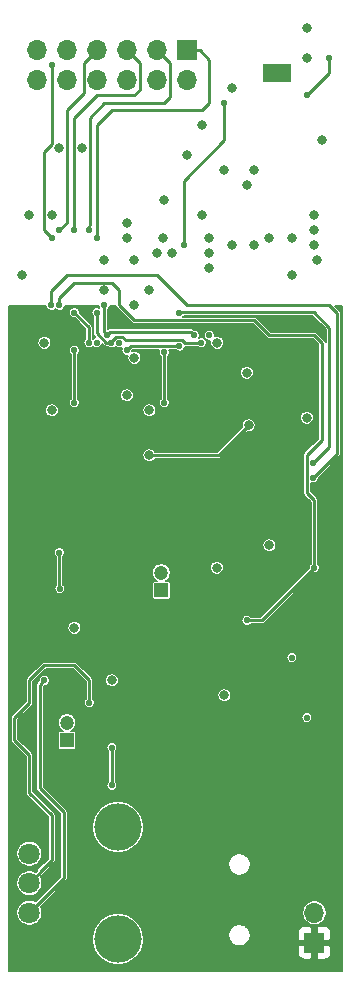
<source format=gbr>
%TF.GenerationSoftware,KiCad,Pcbnew,(5.1.5)-3*%
%TF.CreationDate,2020-11-01T10:25:43+01:00*%
%TF.ProjectId,PmodADC,506d6f64-4144-4432-9e6b-696361645f70,v0.2*%
%TF.SameCoordinates,Original*%
%TF.FileFunction,Copper,L4,Bot*%
%TF.FilePolarity,Positive*%
%FSLAX46Y46*%
G04 Gerber Fmt 4.6, Leading zero omitted, Abs format (unit mm)*
G04 Created by KiCad (PCBNEW (5.1.5)-3) date 2020-11-01 10:25:43*
%MOMM*%
%LPD*%
G04 APERTURE LIST*
%TA.AperFunction,Conductor*%
%ADD10R,2.400000X1.650000*%
%TD*%
%TA.AperFunction,ViaPad*%
%ADD11C,0.600000*%
%TD*%
%TA.AperFunction,WasherPad*%
%ADD12C,4.000000*%
%TD*%
%TA.AperFunction,ComponentPad*%
%ADD13C,1.800000*%
%TD*%
%TA.AperFunction,ComponentPad*%
%ADD14O,1.700000X1.700000*%
%TD*%
%TA.AperFunction,ComponentPad*%
%ADD15R,1.700000X1.700000*%
%TD*%
%TA.AperFunction,ComponentPad*%
%ADD16C,1.200000*%
%TD*%
%TA.AperFunction,ComponentPad*%
%ADD17R,1.200000X1.200000*%
%TD*%
%TA.AperFunction,ViaPad*%
%ADD18C,0.550000*%
%TD*%
%TA.AperFunction,ViaPad*%
%ADD19C,0.800000*%
%TD*%
%TA.AperFunction,Conductor*%
%ADD20C,0.250000*%
%TD*%
%TA.AperFunction,Conductor*%
%ADD21C,0.127000*%
%TD*%
G04 APERTURE END LIST*
D10*
%TO.N,GND*%
%TO.C,U4*%
X-112395000Y-23495000D03*
D11*
X-112395000Y-23495000D03*
X-113255000Y-23975000D03*
X-111535000Y-23975000D03*
X-113255000Y-23015000D03*
X-111535000Y-23015000D03*
%TD*%
D12*
%TO.P,R40,*%
%TO.N,*%
X-125850000Y-96865000D03*
X-125850000Y-87365000D03*
D13*
%TO.P,R40,1*%
%TO.N,Net-(R40-Pad1)*%
X-133350000Y-94615000D03*
%TO.P,R40,2*%
%TO.N,Net-(R39-Pad2)*%
X-133350000Y-92115000D03*
%TO.P,R40,3*%
%TO.N,N/C*%
X-133350000Y-89615000D03*
%TD*%
D14*
%TO.P,J3,12*%
%TO.N,+3V3*%
X-132715000Y-24130000D03*
%TO.P,J3,11*%
X-132715000Y-21590000D03*
%TO.P,J3,10*%
%TO.N,GNDA*%
X-130175000Y-24130000D03*
%TO.P,J3,9*%
%TO.N,GND*%
X-130175000Y-21590000D03*
%TO.P,J3,8*%
%TO.N,/COMP_3V*%
X-127635000Y-24130000D03*
%TO.P,J3,7*%
%TO.N,/S&H_3V*%
X-127635000Y-21590000D03*
%TO.P,J3,6*%
%TO.N,/COMP_L_3V*%
X-125095000Y-24130000D03*
%TO.P,J3,5*%
%TO.N,/ADC_S_3V*%
X-125095000Y-21590000D03*
%TO.P,J3,4*%
%TO.N,Net-(J3-Pad4)*%
X-122555000Y-24130000D03*
%TO.P,J3,3*%
%TO.N,/ADC_C_3V*%
X-122555000Y-21590000D03*
%TO.P,J3,2*%
%TO.N,Net-(J3-Pad2)*%
X-120015000Y-24130000D03*
D15*
%TO.P,J3,1*%
%TO.N,/ADC_L_3V*%
X-120015000Y-21590000D03*
%TD*%
D14*
%TO.P,J1,2*%
%TO.N,Net-(C16-Pad1)*%
X-109220000Y-94615000D03*
D15*
%TO.P,J1,1*%
%TO.N,GNDA*%
X-109220000Y-97155000D03*
%TD*%
D16*
%TO.P,C26,2*%
%TO.N,Net-(C23-Pad1)*%
X-122174000Y-65810000D03*
D17*
%TO.P,C26,1*%
%TO.N,Net-(C26-Pad1)*%
X-122174000Y-67310000D03*
%TD*%
%TO.P,C16,1*%
%TO.N,Net-(C16-Pad1)*%
X-130175000Y-80010000D03*
D16*
%TO.P,C16,2*%
%TO.N,/DI*%
X-130175000Y-78510000D03*
%TD*%
D18*
%TO.N,GND*%
X-127635000Y-46355000D03*
D19*
X-133985000Y-40640000D03*
X-127000000Y-39370000D03*
X-124460000Y-43180000D03*
X-123190000Y-41910000D03*
X-132080000Y-46355000D03*
X-125095000Y-50800000D03*
X-124460000Y-47625000D03*
X-116205000Y-24765000D03*
X-116840000Y-31750000D03*
X-114300000Y-31750000D03*
X-108585000Y-29210000D03*
X-109855000Y-22225000D03*
X-109855000Y-19685000D03*
X-127000000Y-41930010D03*
X-117454990Y-46355000D03*
X-131445000Y-35560000D03*
X-133350000Y-35560000D03*
X-130810000Y-29845000D03*
X-128905000Y-29845000D03*
%TO.N,+3V3*%
X-124460000Y-39370000D03*
%TO.N,/Vref_5V*%
X-123190000Y-55880000D03*
X-109855000Y-52705000D03*
X-117475000Y-65405000D03*
X-114784948Y-53340000D03*
D18*
%TO.N,Net-(C16-Pad1)*%
X-126365000Y-83820000D03*
X-126365000Y-80645000D03*
D19*
%TO.N,+5VA*%
X-125095000Y-37465000D03*
X-125095000Y-36195000D03*
X-113030000Y-63500000D03*
D18*
%TO.N,Net-(C23-Pad1)*%
X-130810000Y-64135000D03*
X-130765394Y-67191974D03*
D19*
%TO.N,+9V*%
X-129540000Y-70485000D03*
X-116840000Y-76200000D03*
X-109220000Y-35560000D03*
X-109220000Y-36830000D03*
X-114935000Y-48895000D03*
X-109220000Y-38100000D03*
%TO.N,-5V*%
X-126365000Y-74930000D03*
D18*
X-109855000Y-78105000D03*
D19*
X-118110000Y-40005000D03*
X-118110000Y-38735000D03*
X-118110000Y-37465000D03*
D18*
%TO.N,+5V*%
X-118110000Y-45720000D03*
X-125730000Y-46355000D03*
D19*
X-122555000Y-38735000D03*
X-121285000Y-38735000D03*
X-123190000Y-52070000D03*
X-131445000Y-52070000D03*
D18*
%TO.N,/COMP_3V*%
X-116840000Y-26035000D03*
X-120285010Y-38093016D03*
%TO.N,/S&H_3V*%
X-130810000Y-36830000D03*
%TO.N,/COMP_L_3V*%
X-131445000Y-37465000D03*
X-131445000Y-22860000D03*
%TO.N,/ADC_S_3V*%
X-129540000Y-36830000D03*
%TO.N,/ADC_C_3V*%
X-128270000Y-36830000D03*
%TO.N,/ADC_L_3V*%
X-127635000Y-37465000D03*
%TO.N,Net-(JP7-Pad1)*%
X-111125000Y-73025000D03*
%TO.N,Net-(R2-Pad1)*%
X-109855000Y-25400000D03*
X-107950000Y-22225000D03*
%TO.N,Net-(R39-Pad2)*%
X-128270000Y-76835000D03*
%TO.N,Net-(R40-Pad1)*%
X-132080000Y-74930000D03*
%TO.N,/S&H*%
X-114935000Y-69850000D03*
X-109220000Y-65405000D03*
X-130810000Y-43180000D03*
%TO.N,Net-(U1-Pad9)*%
X-120650000Y-46639998D03*
X-125095000Y-46990000D03*
%TO.N,/ADC_C*%
X-127635000Y-43815000D03*
X-118795010Y-46355000D03*
X-126410013Y-46355000D03*
%TO.N,/ADC_L*%
X-119380000Y-45720000D03*
X-127000000Y-43180000D03*
X-126766051Y-45690012D03*
%TO.N,/ADC_S*%
X-129540000Y-43815000D03*
X-128315013Y-46355000D03*
%TO.N,Net-(U1-Pad15)*%
X-129540000Y-51435000D03*
X-129540000Y-46990000D03*
%TO.N,Net-(U2-Pad15)*%
X-121920000Y-51435000D03*
X-121920000Y-47170008D03*
%TO.N,/COMP*%
X-120650000Y-43815000D03*
X-109315002Y-56515000D03*
%TO.N,/COMP_L*%
X-109315002Y-57785000D03*
X-131490013Y-43180000D03*
D19*
%TO.N,GNDA*%
X-111887000Y-44712000D03*
X-108331000Y-66683000D03*
X-108331000Y-72779000D03*
X-108331000Y-78875000D03*
X-133477000Y-54618000D03*
X-133477000Y-60841000D03*
X-133477000Y-66683000D03*
X-133477000Y-72779000D03*
X-133477000Y-78875000D03*
X-129794000Y-82685000D03*
X-123825000Y-82685000D03*
X-117729000Y-82685000D03*
X-130175000Y-76200000D03*
X-116205000Y-80645000D03*
X-109855000Y-81280000D03*
X-125095000Y-79375000D03*
X-125095000Y-74930000D03*
X-125730000Y-67945000D03*
X-119380000Y-62230000D03*
X-115570000Y-62865000D03*
X-115570000Y-59055000D03*
X-114300000Y-54610000D03*
X-116205000Y-52705000D03*
X-130810000Y-53340000D03*
X-124460000Y-55880000D03*
X-111125000Y-59055000D03*
X-118745000Y-64770000D03*
X-115570000Y-64770000D03*
X-114300000Y-68580000D03*
X-114300000Y-73660000D03*
D18*
X-130810000Y-60960000D03*
D19*
X-118745000Y-27940000D03*
X-121920000Y-34290000D03*
X-118745000Y-35560000D03*
X-114300000Y-38100000D03*
X-116205000Y-38100000D03*
X-111125000Y-40640000D03*
X-113030000Y-37465000D03*
X-114935000Y-33020000D03*
X-120015000Y-30459990D03*
X-122040010Y-37469939D03*
X-111125000Y-37465000D03*
X-108980010Y-39370000D03*
X-123918328Y-52798328D03*
X-111760000Y-82685000D03*
X-131049990Y-67945000D03*
X-112395000Y-46375010D03*
%TD*%
D20*
%TO.N,/Vref_5V*%
X-117324948Y-55880000D02*
X-114784948Y-53340000D01*
X-123190000Y-55880000D02*
X-117324948Y-55880000D01*
%TO.N,Net-(C16-Pad1)*%
X-126365000Y-83820000D02*
X-126365000Y-80645000D01*
%TO.N,Net-(C23-Pad1)*%
X-130810000Y-67147368D02*
X-130765394Y-67191974D01*
X-130810000Y-64135000D02*
X-130810000Y-67147368D01*
%TO.N,/COMP_3V*%
X-120285010Y-37704108D02*
X-120285010Y-38093016D01*
X-120285010Y-32655010D02*
X-120285010Y-37704108D01*
X-116840000Y-29210000D02*
X-120285010Y-32655010D01*
X-116840000Y-26035000D02*
X-116840000Y-29210000D01*
%TO.N,/S&H_3V*%
X-130154999Y-36174999D02*
X-130154999Y-26649999D01*
X-130154999Y-26649999D02*
X-128740001Y-25235001D01*
X-128484999Y-22439999D02*
X-127635000Y-21590000D01*
X-128740001Y-25235001D02*
X-128740001Y-22695001D01*
X-128740001Y-22695001D02*
X-128484999Y-22439999D01*
X-130810000Y-36830000D02*
X-130154999Y-36174999D01*
%TO.N,/COMP_L_3V*%
X-131445000Y-37465000D02*
X-132100001Y-36809999D01*
X-131445000Y-23248908D02*
X-131445000Y-22860000D01*
X-131445000Y-29510598D02*
X-131445000Y-23248908D01*
X-132100001Y-30165599D02*
X-131445000Y-29510598D01*
X-132100001Y-36809999D02*
X-132100001Y-30165599D01*
%TO.N,/ADC_S_3V*%
X-125095000Y-21590000D02*
X-123989999Y-22695001D01*
X-123989999Y-24929999D02*
X-124460000Y-25400000D01*
X-129540000Y-36441092D02*
X-129540000Y-36830000D01*
X-123989999Y-22695001D02*
X-123989999Y-24929999D01*
X-124460000Y-25400000D02*
X-127635000Y-25400000D01*
X-129560001Y-36421091D02*
X-129540000Y-36441092D01*
X-127635000Y-25400000D02*
X-129560001Y-27325001D01*
X-129560001Y-27325001D02*
X-129560001Y-36421091D01*
%TO.N,/ADC_C_3V*%
X-121449999Y-25564999D02*
X-121449999Y-22695001D01*
X-127000000Y-26035000D02*
X-121920000Y-26035000D01*
X-121920000Y-26035000D02*
X-121449999Y-25564999D01*
X-121705001Y-22439999D02*
X-122555000Y-21590000D01*
X-121449999Y-22695001D02*
X-121705001Y-22439999D01*
X-128270000Y-36830000D02*
X-128270000Y-36441092D01*
X-128270000Y-36441092D02*
X-128249999Y-36421091D01*
X-128249999Y-36421091D02*
X-128249999Y-27284999D01*
X-128249999Y-27284999D02*
X-127000000Y-26035000D01*
%TO.N,/ADC_L_3V*%
X-118915000Y-21590000D02*
X-120015000Y-21590000D01*
X-118110000Y-22395000D02*
X-118915000Y-21590000D01*
X-118110000Y-26035000D02*
X-118110000Y-22395000D01*
X-118745000Y-26670000D02*
X-118110000Y-26035000D01*
X-127635000Y-37465000D02*
X-127635000Y-27940000D01*
X-127635000Y-27940000D02*
X-126365000Y-26670000D01*
X-126365000Y-26670000D02*
X-118745000Y-26670000D01*
%TO.N,Net-(R2-Pad1)*%
X-109855000Y-25400000D02*
X-107950000Y-23495000D01*
X-107950000Y-23495000D02*
X-107950000Y-22225000D01*
%TO.N,Net-(R39-Pad2)*%
X-132450001Y-91215001D02*
X-132450001Y-91175001D01*
X-133350000Y-92115000D02*
X-132450001Y-91215001D01*
X-132450001Y-91175001D02*
X-131445000Y-90170000D01*
X-131445000Y-90170000D02*
X-131445000Y-86360000D01*
X-131445000Y-86360000D02*
X-133350000Y-84455000D01*
X-133350000Y-74930000D02*
X-132080000Y-73660000D01*
X-132080000Y-73660000D02*
X-129540000Y-73660000D01*
X-129540000Y-73660000D02*
X-128270000Y-74930000D01*
X-128270000Y-74930000D02*
X-128270000Y-76835000D01*
X-133350000Y-81280000D02*
X-134620000Y-80010000D01*
X-133350000Y-84455000D02*
X-133350000Y-81280000D01*
X-134620000Y-80010000D02*
X-134620000Y-78105000D01*
X-134620000Y-78105000D02*
X-133350000Y-76835000D01*
X-133350000Y-76835000D02*
X-133350000Y-74930000D01*
%TO.N,Net-(R40-Pad1)*%
X-133350000Y-94615000D02*
X-130429990Y-91694990D01*
X-132460010Y-84074990D02*
X-132460010Y-75310010D01*
X-132460010Y-75310010D02*
X-132354999Y-75204999D01*
X-132354999Y-75204999D02*
X-132080000Y-74930000D01*
X-130429990Y-86105010D02*
X-132460010Y-84074990D01*
X-130429990Y-91694990D02*
X-130429990Y-86105010D01*
%TO.N,/S&H*%
X-113665000Y-69850000D02*
X-109220000Y-65405000D01*
X-114935000Y-69850000D02*
X-113665000Y-69850000D01*
X-109220000Y-59690000D02*
X-109220000Y-65405000D01*
X-109855000Y-59055000D02*
X-109220000Y-59690000D01*
X-108585000Y-54610000D02*
X-109855000Y-55880000D01*
X-129540000Y-41275000D02*
X-126365000Y-41275000D01*
X-109855000Y-55880000D02*
X-109855000Y-59055000D01*
X-124460000Y-44450000D02*
X-114300000Y-44450000D01*
X-126365000Y-41275000D02*
X-125730000Y-41910000D01*
X-109220000Y-45720000D02*
X-108585000Y-46355000D01*
X-125730000Y-41910000D02*
X-125730000Y-43180000D01*
X-130810000Y-42545000D02*
X-129540000Y-41275000D01*
X-130810000Y-43180000D02*
X-130810000Y-42545000D01*
X-114300000Y-44450000D02*
X-113030000Y-45720000D01*
X-125730000Y-43180000D02*
X-124460000Y-44450000D01*
X-113030000Y-45720000D02*
X-109220000Y-45720000D01*
X-108585000Y-46355000D02*
X-108585000Y-54610000D01*
%TO.N,Net-(U1-Pad9)*%
X-120650000Y-46639998D02*
X-123474998Y-46639998D01*
X-123474998Y-46639998D02*
X-124744998Y-46639998D01*
X-124744998Y-46639998D02*
X-125095000Y-46990000D01*
%TO.N,/ADC_C*%
X-127635000Y-45570598D02*
X-126850598Y-46355000D01*
X-127635000Y-43815000D02*
X-127635000Y-45570598D01*
X-125984401Y-45824999D02*
X-126410013Y-46250611D01*
X-125475599Y-45824999D02*
X-125984401Y-45824999D01*
X-126798921Y-46355000D02*
X-126410013Y-46355000D01*
X-125190601Y-46109997D02*
X-125475599Y-45824999D01*
X-126410013Y-46250611D02*
X-126410013Y-46355000D01*
X-120150596Y-46355000D02*
X-120395599Y-46109997D01*
X-118795010Y-46355000D02*
X-120150596Y-46355000D01*
X-120395599Y-46109997D02*
X-125190601Y-46109997D01*
X-126850598Y-46355000D02*
X-126798921Y-46355000D01*
%TO.N,/ADC_L*%
X-127000000Y-43180000D02*
X-127000000Y-45456063D01*
X-127000000Y-45456063D02*
X-126766051Y-45690012D01*
X-119380000Y-45720000D02*
X-119684987Y-45415013D01*
X-126491052Y-45415013D02*
X-126766051Y-45690012D01*
X-119684987Y-45415013D02*
X-126491052Y-45415013D01*
%TO.N,/ADC_S*%
X-129540000Y-43815000D02*
X-128315013Y-45039987D01*
X-128315013Y-45039987D02*
X-128315013Y-46355000D01*
%TO.N,Net-(U1-Pad15)*%
X-129540000Y-51435000D02*
X-129540000Y-46990000D01*
%TO.N,Net-(U2-Pad15)*%
X-121920000Y-51435000D02*
X-121920000Y-47170008D01*
%TO.N,/COMP*%
X-120650000Y-43754998D02*
X-116265002Y-43754998D01*
X-116265002Y-43754998D02*
X-109280002Y-43754998D01*
X-109280002Y-43754998D02*
X-107950000Y-45085000D01*
X-107950000Y-45085000D02*
X-107950000Y-55149998D01*
X-107950000Y-55149998D02*
X-109315002Y-56515000D01*
%TO.N,/COMP_L*%
X-107315000Y-43815000D02*
X-107950000Y-43180000D01*
X-131490013Y-42791092D02*
X-131490013Y-43180000D01*
X-120015000Y-43180000D02*
X-122555000Y-40640000D01*
X-109315002Y-57785000D02*
X-107315000Y-55784998D01*
X-107950000Y-43180000D02*
X-120015000Y-43180000D01*
X-107315000Y-55784998D02*
X-107315000Y-43815000D01*
X-131490013Y-41955013D02*
X-131490013Y-42791092D01*
X-122555000Y-40640000D02*
X-130175000Y-40640000D01*
X-130175000Y-40640000D02*
X-131490013Y-41955013D01*
%TD*%
D21*
%TO.N,GNDA*%
G36*
X-131940509Y-43316656D02*
G01*
X-131905192Y-43401918D01*
X-131853921Y-43478651D01*
X-131788664Y-43543908D01*
X-131711931Y-43595179D01*
X-131626669Y-43630496D01*
X-131536156Y-43648500D01*
X-131443870Y-43648500D01*
X-131353357Y-43630496D01*
X-131268095Y-43595179D01*
X-131191362Y-43543908D01*
X-131150007Y-43502553D01*
X-131108651Y-43543908D01*
X-131031918Y-43595179D01*
X-130946656Y-43630496D01*
X-130856143Y-43648500D01*
X-130763857Y-43648500D01*
X-130673344Y-43630496D01*
X-130588082Y-43595179D01*
X-130511349Y-43543908D01*
X-130446092Y-43478651D01*
X-130394821Y-43401918D01*
X-130359504Y-43316656D01*
X-130344952Y-43243500D01*
X-127465048Y-43243500D01*
X-127450496Y-43316656D01*
X-127416662Y-43398338D01*
X-127498344Y-43364504D01*
X-127588857Y-43346500D01*
X-127681143Y-43346500D01*
X-127771656Y-43364504D01*
X-127856918Y-43399821D01*
X-127933651Y-43451092D01*
X-127998908Y-43516349D01*
X-128050179Y-43593082D01*
X-128085496Y-43678344D01*
X-128103500Y-43768857D01*
X-128103500Y-43861143D01*
X-128085496Y-43951656D01*
X-128050179Y-44036918D01*
X-127998908Y-44113651D01*
X-127953500Y-44159059D01*
X-127953499Y-45554951D01*
X-127955040Y-45570598D01*
X-127953499Y-45586245D01*
X-127948891Y-45633035D01*
X-127941450Y-45657563D01*
X-127930678Y-45693072D01*
X-127901104Y-45748403D01*
X-127871277Y-45784747D01*
X-127871274Y-45784750D01*
X-127861302Y-45796901D01*
X-127849151Y-45806873D01*
X-127754861Y-45901163D01*
X-127771656Y-45904504D01*
X-127856918Y-45939821D01*
X-127933651Y-45991092D01*
X-127975007Y-46032448D01*
X-127996513Y-46010941D01*
X-127996513Y-45055621D01*
X-127994973Y-45039986D01*
X-127996513Y-45024352D01*
X-127996513Y-45024340D01*
X-128001121Y-44977550D01*
X-128019334Y-44917513D01*
X-128033101Y-44891756D01*
X-128048909Y-44862181D01*
X-128078736Y-44825837D01*
X-128078738Y-44825835D01*
X-128088710Y-44813684D01*
X-128100860Y-44803713D01*
X-129071500Y-43833074D01*
X-129071500Y-43768857D01*
X-129089504Y-43678344D01*
X-129124821Y-43593082D01*
X-129176092Y-43516349D01*
X-129241349Y-43451092D01*
X-129318082Y-43399821D01*
X-129403344Y-43364504D01*
X-129493857Y-43346500D01*
X-129586143Y-43346500D01*
X-129676656Y-43364504D01*
X-129761918Y-43399821D01*
X-129838651Y-43451092D01*
X-129903908Y-43516349D01*
X-129955179Y-43593082D01*
X-129990496Y-43678344D01*
X-130008500Y-43768857D01*
X-130008500Y-43861143D01*
X-129990496Y-43951656D01*
X-129955179Y-44036918D01*
X-129903908Y-44113651D01*
X-129838651Y-44178908D01*
X-129761918Y-44230179D01*
X-129676656Y-44265496D01*
X-129586143Y-44283500D01*
X-129521926Y-44283500D01*
X-128633513Y-45171914D01*
X-128633512Y-46010940D01*
X-128678921Y-46056349D01*
X-128730192Y-46133082D01*
X-128765509Y-46218344D01*
X-128783513Y-46308857D01*
X-128783513Y-46401143D01*
X-128765509Y-46491656D01*
X-128730192Y-46576918D01*
X-128678921Y-46653651D01*
X-128613664Y-46718908D01*
X-128536931Y-46770179D01*
X-128451669Y-46805496D01*
X-128361156Y-46823500D01*
X-128268870Y-46823500D01*
X-128178357Y-46805496D01*
X-128093095Y-46770179D01*
X-128016362Y-46718908D01*
X-127975007Y-46677553D01*
X-127933651Y-46718908D01*
X-127856918Y-46770179D01*
X-127771656Y-46805496D01*
X-127681143Y-46823500D01*
X-127588857Y-46823500D01*
X-127498344Y-46805496D01*
X-127413082Y-46770179D01*
X-127336349Y-46718908D01*
X-127271092Y-46653651D01*
X-127219821Y-46576918D01*
X-127184504Y-46491656D01*
X-127181163Y-46474861D01*
X-127086873Y-46569152D01*
X-127076901Y-46581303D01*
X-127064750Y-46591275D01*
X-127064748Y-46591277D01*
X-127028404Y-46621104D01*
X-127000295Y-46636128D01*
X-126973072Y-46650679D01*
X-126913035Y-46668892D01*
X-126866245Y-46673500D01*
X-126866235Y-46673500D01*
X-126850598Y-46675040D01*
X-126834961Y-46673500D01*
X-126754072Y-46673500D01*
X-126708664Y-46718908D01*
X-126631931Y-46770179D01*
X-126546669Y-46805496D01*
X-126456156Y-46823500D01*
X-126363870Y-46823500D01*
X-126273357Y-46805496D01*
X-126188095Y-46770179D01*
X-126111362Y-46718908D01*
X-126070007Y-46677553D01*
X-126028651Y-46718908D01*
X-125951918Y-46770179D01*
X-125866656Y-46805496D01*
X-125776143Y-46823500D01*
X-125683857Y-46823500D01*
X-125593344Y-46805496D01*
X-125511662Y-46771662D01*
X-125545496Y-46853344D01*
X-125563500Y-46943857D01*
X-125563500Y-47036143D01*
X-125545496Y-47126656D01*
X-125510179Y-47211918D01*
X-125458908Y-47288651D01*
X-125393651Y-47353908D01*
X-125316918Y-47405179D01*
X-125231656Y-47440496D01*
X-125141143Y-47458500D01*
X-125048857Y-47458500D01*
X-125031314Y-47455011D01*
X-125053500Y-47566545D01*
X-125053500Y-47683455D01*
X-125030692Y-47798118D01*
X-124985953Y-47906128D01*
X-124921002Y-48003334D01*
X-124838334Y-48086002D01*
X-124741128Y-48150953D01*
X-124633118Y-48195692D01*
X-124518455Y-48218500D01*
X-124401545Y-48218500D01*
X-124286882Y-48195692D01*
X-124178872Y-48150953D01*
X-124081666Y-48086002D01*
X-123998998Y-48003334D01*
X-123934047Y-47906128D01*
X-123889308Y-47798118D01*
X-123866500Y-47683455D01*
X-123866500Y-47566545D01*
X-123889308Y-47451882D01*
X-123934047Y-47343872D01*
X-123998998Y-47246666D01*
X-124081666Y-47163998D01*
X-124178872Y-47099047D01*
X-124286882Y-47054308D01*
X-124401545Y-47031500D01*
X-124518455Y-47031500D01*
X-124629989Y-47053686D01*
X-124626500Y-47036143D01*
X-124626500Y-46971927D01*
X-124613071Y-46958498D01*
X-122339490Y-46958498D01*
X-122370496Y-47033352D01*
X-122388500Y-47123865D01*
X-122388500Y-47216151D01*
X-122370496Y-47306664D01*
X-122335179Y-47391926D01*
X-122283908Y-47468659D01*
X-122238499Y-47514068D01*
X-122238500Y-51090941D01*
X-122283908Y-51136349D01*
X-122335179Y-51213082D01*
X-122370496Y-51298344D01*
X-122388500Y-51388857D01*
X-122388500Y-51481143D01*
X-122370496Y-51571656D01*
X-122335179Y-51656918D01*
X-122283908Y-51733651D01*
X-122218651Y-51798908D01*
X-122141918Y-51850179D01*
X-122056656Y-51885496D01*
X-121966143Y-51903500D01*
X-121873857Y-51903500D01*
X-121783344Y-51885496D01*
X-121698082Y-51850179D01*
X-121621349Y-51798908D01*
X-121556092Y-51733651D01*
X-121504821Y-51656918D01*
X-121469504Y-51571656D01*
X-121451500Y-51481143D01*
X-121451500Y-51388857D01*
X-121469504Y-51298344D01*
X-121504821Y-51213082D01*
X-121556092Y-51136349D01*
X-121601500Y-51090941D01*
X-121601500Y-48836545D01*
X-115528500Y-48836545D01*
X-115528500Y-48953455D01*
X-115505692Y-49068118D01*
X-115460953Y-49176128D01*
X-115396002Y-49273334D01*
X-115313334Y-49356002D01*
X-115216128Y-49420953D01*
X-115108118Y-49465692D01*
X-114993455Y-49488500D01*
X-114876545Y-49488500D01*
X-114761882Y-49465692D01*
X-114653872Y-49420953D01*
X-114556666Y-49356002D01*
X-114473998Y-49273334D01*
X-114409047Y-49176128D01*
X-114364308Y-49068118D01*
X-114341500Y-48953455D01*
X-114341500Y-48836545D01*
X-114364308Y-48721882D01*
X-114409047Y-48613872D01*
X-114473998Y-48516666D01*
X-114556666Y-48433998D01*
X-114653872Y-48369047D01*
X-114761882Y-48324308D01*
X-114876545Y-48301500D01*
X-114993455Y-48301500D01*
X-115108118Y-48324308D01*
X-115216128Y-48369047D01*
X-115313334Y-48433998D01*
X-115396002Y-48516666D01*
X-115460953Y-48613872D01*
X-115505692Y-48721882D01*
X-115528500Y-48836545D01*
X-121601500Y-48836545D01*
X-121601500Y-47514067D01*
X-121556092Y-47468659D01*
X-121504821Y-47391926D01*
X-121469504Y-47306664D01*
X-121451500Y-47216151D01*
X-121451500Y-47123865D01*
X-121469504Y-47033352D01*
X-121500510Y-46958498D01*
X-120994059Y-46958498D01*
X-120948651Y-47003906D01*
X-120871918Y-47055177D01*
X-120786656Y-47090494D01*
X-120696143Y-47108498D01*
X-120603857Y-47108498D01*
X-120513344Y-47090494D01*
X-120428082Y-47055177D01*
X-120351349Y-47003906D01*
X-120286092Y-46938649D01*
X-120234821Y-46861916D01*
X-120199504Y-46776654D01*
X-120181500Y-46686141D01*
X-120181500Y-46671997D01*
X-120166243Y-46673500D01*
X-120166241Y-46673500D01*
X-120150596Y-46675041D01*
X-120134951Y-46673500D01*
X-119139069Y-46673500D01*
X-119093661Y-46718908D01*
X-119016928Y-46770179D01*
X-118931666Y-46805496D01*
X-118841153Y-46823500D01*
X-118748867Y-46823500D01*
X-118658354Y-46805496D01*
X-118573092Y-46770179D01*
X-118496359Y-46718908D01*
X-118431102Y-46653651D01*
X-118379831Y-46576918D01*
X-118344514Y-46491656D01*
X-118326510Y-46401143D01*
X-118326510Y-46308857D01*
X-118344514Y-46218344D01*
X-118379831Y-46133082D01*
X-118420816Y-46071743D01*
X-118408651Y-46083908D01*
X-118331918Y-46135179D01*
X-118246656Y-46170496D01*
X-118156143Y-46188500D01*
X-118063857Y-46188500D01*
X-118025242Y-46180819D01*
X-118025682Y-46181882D01*
X-118048490Y-46296545D01*
X-118048490Y-46413455D01*
X-118025682Y-46528118D01*
X-117980943Y-46636128D01*
X-117915992Y-46733334D01*
X-117833324Y-46816002D01*
X-117736118Y-46880953D01*
X-117628108Y-46925692D01*
X-117513445Y-46948500D01*
X-117396535Y-46948500D01*
X-117281872Y-46925692D01*
X-117173862Y-46880953D01*
X-117076656Y-46816002D01*
X-116993988Y-46733334D01*
X-116929037Y-46636128D01*
X-116884298Y-46528118D01*
X-116861490Y-46413455D01*
X-116861490Y-46296545D01*
X-116884298Y-46181882D01*
X-116929037Y-46073872D01*
X-116993988Y-45976666D01*
X-117076656Y-45893998D01*
X-117173862Y-45829047D01*
X-117281872Y-45784308D01*
X-117396535Y-45761500D01*
X-117513445Y-45761500D01*
X-117628108Y-45784308D01*
X-117646640Y-45791984D01*
X-117641500Y-45766143D01*
X-117641500Y-45673857D01*
X-117659504Y-45583344D01*
X-117694821Y-45498082D01*
X-117746092Y-45421349D01*
X-117811349Y-45356092D01*
X-117888082Y-45304821D01*
X-117973344Y-45269504D01*
X-118063857Y-45251500D01*
X-118156143Y-45251500D01*
X-118246656Y-45269504D01*
X-118331918Y-45304821D01*
X-118408651Y-45356092D01*
X-118473908Y-45421349D01*
X-118525179Y-45498082D01*
X-118560496Y-45583344D01*
X-118578500Y-45673857D01*
X-118578500Y-45766143D01*
X-118560496Y-45856656D01*
X-118525179Y-45941918D01*
X-118484194Y-46003257D01*
X-118496359Y-45991092D01*
X-118573092Y-45939821D01*
X-118658354Y-45904504D01*
X-118748867Y-45886500D01*
X-118841153Y-45886500D01*
X-118931666Y-45904504D01*
X-118952981Y-45913333D01*
X-118929504Y-45856656D01*
X-118911500Y-45766143D01*
X-118911500Y-45673857D01*
X-118929504Y-45583344D01*
X-118964821Y-45498082D01*
X-119016092Y-45421349D01*
X-119081349Y-45356092D01*
X-119158082Y-45304821D01*
X-119243344Y-45269504D01*
X-119333857Y-45251500D01*
X-119398074Y-45251500D01*
X-119448708Y-45200866D01*
X-119458684Y-45188710D01*
X-119507182Y-45148909D01*
X-119562513Y-45119334D01*
X-119622550Y-45101121D01*
X-119669340Y-45096513D01*
X-119669350Y-45096513D01*
X-119684987Y-45094973D01*
X-119700624Y-45096513D01*
X-126475418Y-45096513D01*
X-126491053Y-45094973D01*
X-126506688Y-45096513D01*
X-126506699Y-45096513D01*
X-126553489Y-45101121D01*
X-126613526Y-45119334D01*
X-126639283Y-45133101D01*
X-126668858Y-45148909D01*
X-126681500Y-45159284D01*
X-126681500Y-43524059D01*
X-126636092Y-43478651D01*
X-126584821Y-43401918D01*
X-126549504Y-43316656D01*
X-126534952Y-43243500D01*
X-126043568Y-43243500D01*
X-126025678Y-43302474D01*
X-125996104Y-43357805D01*
X-125966277Y-43394149D01*
X-125966274Y-43394152D01*
X-125956302Y-43406303D01*
X-125944151Y-43416275D01*
X-124696275Y-44664152D01*
X-124686303Y-44676303D01*
X-124674152Y-44686275D01*
X-124674150Y-44686277D01*
X-124637806Y-44716104D01*
X-124619113Y-44726095D01*
X-124582474Y-44745679D01*
X-124522437Y-44763892D01*
X-124475647Y-44768500D01*
X-124475635Y-44768500D01*
X-124460001Y-44770040D01*
X-124444366Y-44768500D01*
X-114431926Y-44768500D01*
X-113266275Y-45934152D01*
X-113256303Y-45946303D01*
X-113244152Y-45956275D01*
X-113244150Y-45956277D01*
X-113207806Y-45986104D01*
X-113178231Y-46001912D01*
X-113152474Y-46015679D01*
X-113092437Y-46033892D01*
X-113045647Y-46038500D01*
X-113045635Y-46038500D01*
X-113030001Y-46040040D01*
X-113014366Y-46038500D01*
X-109351926Y-46038500D01*
X-108903500Y-46486927D01*
X-108903499Y-54478072D01*
X-110069147Y-55643721D01*
X-110081303Y-55653697D01*
X-110091277Y-55665851D01*
X-110121104Y-55702195D01*
X-110122606Y-55705006D01*
X-110150679Y-55757527D01*
X-110168892Y-55817564D01*
X-110173500Y-55864354D01*
X-110173500Y-55864363D01*
X-110175040Y-55880000D01*
X-110173500Y-55895637D01*
X-110173499Y-59039353D01*
X-110175040Y-59055000D01*
X-110168891Y-59117436D01*
X-110150678Y-59177474D01*
X-110121104Y-59232805D01*
X-110091277Y-59269149D01*
X-110091274Y-59269152D01*
X-110081302Y-59281303D01*
X-110069151Y-59291275D01*
X-109538500Y-59821927D01*
X-109538499Y-65060940D01*
X-109583908Y-65106349D01*
X-109635179Y-65183082D01*
X-109670496Y-65268344D01*
X-109688500Y-65358857D01*
X-109688500Y-65423073D01*
X-113796926Y-69531500D01*
X-114590941Y-69531500D01*
X-114636349Y-69486092D01*
X-114713082Y-69434821D01*
X-114798344Y-69399504D01*
X-114888857Y-69381500D01*
X-114981143Y-69381500D01*
X-115071656Y-69399504D01*
X-115156918Y-69434821D01*
X-115233651Y-69486092D01*
X-115298908Y-69551349D01*
X-115350179Y-69628082D01*
X-115385496Y-69713344D01*
X-115403500Y-69803857D01*
X-115403500Y-69896143D01*
X-115385496Y-69986656D01*
X-115350179Y-70071918D01*
X-115298908Y-70148651D01*
X-115233651Y-70213908D01*
X-115156918Y-70265179D01*
X-115071656Y-70300496D01*
X-114981143Y-70318500D01*
X-114888857Y-70318500D01*
X-114798344Y-70300496D01*
X-114713082Y-70265179D01*
X-114636349Y-70213908D01*
X-114590941Y-70168500D01*
X-113680637Y-70168500D01*
X-113665000Y-70170040D01*
X-113649363Y-70168500D01*
X-113649353Y-70168500D01*
X-113602563Y-70163892D01*
X-113542526Y-70145679D01*
X-113487195Y-70116104D01*
X-113438697Y-70076303D01*
X-113428720Y-70064146D01*
X-109238073Y-65873500D01*
X-109173857Y-65873500D01*
X-109083344Y-65855496D01*
X-108998082Y-65820179D01*
X-108921349Y-65768908D01*
X-108856092Y-65703651D01*
X-108804821Y-65626918D01*
X-108769504Y-65541656D01*
X-108751500Y-65451143D01*
X-108751500Y-65358857D01*
X-108769504Y-65268344D01*
X-108804821Y-65183082D01*
X-108856092Y-65106349D01*
X-108901500Y-65060941D01*
X-108901500Y-59705645D01*
X-108899959Y-59690000D01*
X-108901500Y-59674353D01*
X-108906108Y-59627563D01*
X-108920082Y-59581499D01*
X-108924321Y-59567525D01*
X-108953895Y-59512194D01*
X-108983723Y-59475850D01*
X-108983725Y-59475848D01*
X-108993697Y-59463697D01*
X-109005847Y-59453726D01*
X-109536500Y-58923074D01*
X-109536500Y-58200353D01*
X-109451658Y-58235496D01*
X-109361145Y-58253500D01*
X-109268859Y-58253500D01*
X-109178346Y-58235496D01*
X-109093084Y-58200179D01*
X-109016351Y-58148908D01*
X-108951094Y-58083651D01*
X-108899823Y-58006918D01*
X-108864506Y-57921656D01*
X-108846502Y-57831143D01*
X-108846502Y-57766926D01*
X-107100847Y-56021272D01*
X-107088697Y-56011301D01*
X-107078723Y-55999148D01*
X-107048896Y-55962804D01*
X-107019322Y-55907473D01*
X-107019321Y-55907472D01*
X-107001108Y-55847435D01*
X-106996500Y-55800645D01*
X-106996500Y-55800635D01*
X-106994960Y-55784998D01*
X-106996500Y-55769361D01*
X-106996500Y-43830645D01*
X-106994959Y-43815000D01*
X-106996500Y-43799353D01*
X-107001108Y-43752563D01*
X-107019310Y-43692561D01*
X-107019321Y-43692525D01*
X-107048895Y-43637194D01*
X-107078723Y-43600850D01*
X-107078725Y-43600848D01*
X-107088697Y-43588697D01*
X-107100850Y-43578723D01*
X-107436074Y-43243500D01*
X-106868499Y-43243500D01*
X-106868500Y-59699260D01*
X-106868499Y-59699270D01*
X-106868500Y-81289260D01*
X-106868499Y-81289270D01*
X-106868500Y-99506500D01*
X-135066500Y-99506500D01*
X-135066500Y-96648959D01*
X-128043500Y-96648959D01*
X-128043500Y-97081041D01*
X-127959205Y-97504820D01*
X-127793854Y-97904012D01*
X-127553802Y-98263274D01*
X-127248274Y-98568802D01*
X-126889012Y-98808854D01*
X-126489820Y-98974205D01*
X-126066041Y-99058500D01*
X-125633959Y-99058500D01*
X-125210180Y-98974205D01*
X-124810988Y-98808854D01*
X-124451726Y-98568802D01*
X-124146198Y-98263274D01*
X-123973625Y-98005000D01*
X-110644265Y-98005000D01*
X-110633231Y-98117034D01*
X-110600552Y-98224762D01*
X-110547484Y-98324045D01*
X-110476067Y-98411067D01*
X-110389045Y-98482484D01*
X-110289762Y-98535552D01*
X-110182034Y-98568231D01*
X-110070000Y-98579265D01*
X-109553375Y-98576500D01*
X-109410500Y-98433625D01*
X-109410500Y-97345500D01*
X-109029500Y-97345500D01*
X-109029500Y-98433625D01*
X-108886625Y-98576500D01*
X-108370000Y-98579265D01*
X-108257966Y-98568231D01*
X-108150238Y-98535552D01*
X-108050955Y-98482484D01*
X-107963933Y-98411067D01*
X-107892516Y-98324045D01*
X-107839448Y-98224762D01*
X-107806769Y-98117034D01*
X-107795735Y-98005000D01*
X-107798500Y-97488375D01*
X-107941375Y-97345500D01*
X-109029500Y-97345500D01*
X-109410500Y-97345500D01*
X-110498625Y-97345500D01*
X-110641500Y-97488375D01*
X-110644265Y-98005000D01*
X-123973625Y-98005000D01*
X-123906146Y-97904012D01*
X-123740795Y-97504820D01*
X-123656500Y-97081041D01*
X-123656500Y-96648959D01*
X-123700635Y-96427073D01*
X-116513500Y-96427073D01*
X-116513500Y-96612927D01*
X-116477242Y-96795209D01*
X-116406119Y-96966915D01*
X-116302864Y-97121446D01*
X-116171446Y-97252864D01*
X-116016915Y-97356119D01*
X-115845209Y-97427242D01*
X-115662927Y-97463500D01*
X-115477073Y-97463500D01*
X-115294791Y-97427242D01*
X-115123085Y-97356119D01*
X-114968554Y-97252864D01*
X-114837136Y-97121446D01*
X-114733881Y-96966915D01*
X-114662758Y-96795209D01*
X-114626500Y-96612927D01*
X-114626500Y-96427073D01*
X-114650781Y-96305000D01*
X-110644265Y-96305000D01*
X-110641500Y-96821625D01*
X-110498625Y-96964500D01*
X-109410500Y-96964500D01*
X-109410500Y-95876375D01*
X-109029500Y-95876375D01*
X-109029500Y-96964500D01*
X-107941375Y-96964500D01*
X-107798500Y-96821625D01*
X-107795735Y-96305000D01*
X-107806769Y-96192966D01*
X-107839448Y-96085238D01*
X-107892516Y-95985955D01*
X-107963933Y-95898933D01*
X-108050955Y-95827516D01*
X-108150238Y-95774448D01*
X-108257966Y-95741769D01*
X-108370000Y-95730735D01*
X-108886625Y-95733500D01*
X-109029500Y-95876375D01*
X-109410500Y-95876375D01*
X-109553375Y-95733500D01*
X-110070000Y-95730735D01*
X-110182034Y-95741769D01*
X-110289762Y-95774448D01*
X-110389045Y-95827516D01*
X-110476067Y-95898933D01*
X-110547484Y-95985955D01*
X-110600552Y-96085238D01*
X-110633231Y-96192966D01*
X-110644265Y-96305000D01*
X-114650781Y-96305000D01*
X-114662758Y-96244791D01*
X-114733881Y-96073085D01*
X-114837136Y-95918554D01*
X-114968554Y-95787136D01*
X-115123085Y-95683881D01*
X-115294791Y-95612758D01*
X-115477073Y-95576500D01*
X-115662927Y-95576500D01*
X-115845209Y-95612758D01*
X-116016915Y-95683881D01*
X-116171446Y-95787136D01*
X-116302864Y-95918554D01*
X-116406119Y-96073085D01*
X-116477242Y-96244791D01*
X-116513500Y-96427073D01*
X-123700635Y-96427073D01*
X-123740795Y-96225180D01*
X-123906146Y-95825988D01*
X-124146198Y-95466726D01*
X-124451726Y-95161198D01*
X-124810988Y-94921146D01*
X-125210180Y-94755795D01*
X-125633959Y-94671500D01*
X-126066041Y-94671500D01*
X-126489820Y-94755795D01*
X-126889012Y-94921146D01*
X-127248274Y-95161198D01*
X-127553802Y-95466726D01*
X-127793854Y-95825988D01*
X-127959205Y-96225180D01*
X-128043500Y-96648959D01*
X-135066500Y-96648959D01*
X-135066500Y-94507300D01*
X-134443500Y-94507300D01*
X-134443500Y-94722700D01*
X-134401477Y-94933962D01*
X-134319047Y-95132966D01*
X-134199377Y-95312066D01*
X-134047066Y-95464377D01*
X-133867966Y-95584047D01*
X-133668962Y-95666477D01*
X-133457700Y-95708500D01*
X-133242300Y-95708500D01*
X-133031038Y-95666477D01*
X-132832034Y-95584047D01*
X-132652934Y-95464377D01*
X-132500623Y-95312066D01*
X-132380953Y-95132966D01*
X-132298523Y-94933962D01*
X-132256500Y-94722700D01*
X-132256500Y-94512224D01*
X-110263500Y-94512224D01*
X-110263500Y-94717776D01*
X-110223399Y-94919378D01*
X-110144738Y-95109283D01*
X-110030539Y-95280192D01*
X-109885192Y-95425539D01*
X-109714283Y-95539738D01*
X-109524378Y-95618399D01*
X-109322776Y-95658500D01*
X-109117224Y-95658500D01*
X-108915622Y-95618399D01*
X-108725717Y-95539738D01*
X-108554808Y-95425539D01*
X-108409461Y-95280192D01*
X-108295262Y-95109283D01*
X-108216601Y-94919378D01*
X-108176500Y-94717776D01*
X-108176500Y-94512224D01*
X-108216601Y-94310622D01*
X-108295262Y-94120717D01*
X-108409461Y-93949808D01*
X-108554808Y-93804461D01*
X-108725717Y-93690262D01*
X-108915622Y-93611601D01*
X-109117224Y-93571500D01*
X-109322776Y-93571500D01*
X-109524378Y-93611601D01*
X-109714283Y-93690262D01*
X-109885192Y-93804461D01*
X-110030539Y-93949808D01*
X-110144738Y-94120717D01*
X-110223399Y-94310622D01*
X-110263500Y-94512224D01*
X-132256500Y-94512224D01*
X-132256500Y-94507300D01*
X-132298523Y-94296038D01*
X-132380953Y-94097034D01*
X-132381215Y-94096642D01*
X-130215837Y-91931264D01*
X-130203687Y-91921293D01*
X-130193713Y-91909140D01*
X-130163886Y-91872796D01*
X-130134311Y-91817465D01*
X-130127811Y-91796038D01*
X-130116098Y-91757427D01*
X-130111490Y-91710637D01*
X-130111490Y-91710627D01*
X-130109950Y-91694990D01*
X-130111490Y-91679353D01*
X-130111490Y-90427073D01*
X-116513500Y-90427073D01*
X-116513500Y-90612927D01*
X-116477242Y-90795209D01*
X-116406119Y-90966915D01*
X-116302864Y-91121446D01*
X-116171446Y-91252864D01*
X-116016915Y-91356119D01*
X-115845209Y-91427242D01*
X-115662927Y-91463500D01*
X-115477073Y-91463500D01*
X-115294791Y-91427242D01*
X-115123085Y-91356119D01*
X-114968554Y-91252864D01*
X-114837136Y-91121446D01*
X-114733881Y-90966915D01*
X-114662758Y-90795209D01*
X-114626500Y-90612927D01*
X-114626500Y-90427073D01*
X-114662758Y-90244791D01*
X-114733881Y-90073085D01*
X-114837136Y-89918554D01*
X-114968554Y-89787136D01*
X-115123085Y-89683881D01*
X-115294791Y-89612758D01*
X-115477073Y-89576500D01*
X-115662927Y-89576500D01*
X-115845209Y-89612758D01*
X-116016915Y-89683881D01*
X-116171446Y-89787136D01*
X-116302864Y-89918554D01*
X-116406119Y-90073085D01*
X-116477242Y-90244791D01*
X-116513500Y-90427073D01*
X-130111490Y-90427073D01*
X-130111490Y-87148959D01*
X-128043500Y-87148959D01*
X-128043500Y-87581041D01*
X-127959205Y-88004820D01*
X-127793854Y-88404012D01*
X-127553802Y-88763274D01*
X-127248274Y-89068802D01*
X-126889012Y-89308854D01*
X-126489820Y-89474205D01*
X-126066041Y-89558500D01*
X-125633959Y-89558500D01*
X-125210180Y-89474205D01*
X-124810988Y-89308854D01*
X-124451726Y-89068802D01*
X-124146198Y-88763274D01*
X-123906146Y-88404012D01*
X-123740795Y-88004820D01*
X-123656500Y-87581041D01*
X-123656500Y-87148959D01*
X-123740795Y-86725180D01*
X-123906146Y-86325988D01*
X-124146198Y-85966726D01*
X-124451726Y-85661198D01*
X-124810988Y-85421146D01*
X-125210180Y-85255795D01*
X-125633959Y-85171500D01*
X-126066041Y-85171500D01*
X-126489820Y-85255795D01*
X-126889012Y-85421146D01*
X-127248274Y-85661198D01*
X-127553802Y-85966726D01*
X-127793854Y-86325988D01*
X-127959205Y-86725180D01*
X-128043500Y-87148959D01*
X-130111490Y-87148959D01*
X-130111490Y-86120647D01*
X-130109950Y-86105010D01*
X-130111490Y-86089373D01*
X-130111490Y-86089363D01*
X-130116098Y-86042573D01*
X-130134311Y-85982536D01*
X-130148078Y-85956779D01*
X-130163886Y-85927204D01*
X-130193713Y-85890860D01*
X-130193715Y-85890858D01*
X-130203687Y-85878707D01*
X-130215838Y-85868735D01*
X-132141510Y-83943064D01*
X-132141510Y-79410000D01*
X-130969436Y-79410000D01*
X-130969436Y-80610000D01*
X-130965700Y-80647933D01*
X-130954635Y-80684407D01*
X-130936668Y-80718023D01*
X-130912487Y-80747487D01*
X-130883023Y-80771668D01*
X-130849407Y-80789635D01*
X-130812933Y-80800700D01*
X-130775000Y-80804436D01*
X-129575000Y-80804436D01*
X-129537067Y-80800700D01*
X-129500593Y-80789635D01*
X-129466977Y-80771668D01*
X-129437513Y-80747487D01*
X-129413332Y-80718023D01*
X-129395365Y-80684407D01*
X-129384300Y-80647933D01*
X-129380564Y-80610000D01*
X-129380564Y-80598857D01*
X-126833500Y-80598857D01*
X-126833500Y-80691143D01*
X-126815496Y-80781656D01*
X-126780179Y-80866918D01*
X-126728908Y-80943651D01*
X-126683499Y-80989060D01*
X-126683500Y-83475941D01*
X-126728908Y-83521349D01*
X-126780179Y-83598082D01*
X-126815496Y-83683344D01*
X-126833500Y-83773857D01*
X-126833500Y-83866143D01*
X-126815496Y-83956656D01*
X-126780179Y-84041918D01*
X-126728908Y-84118651D01*
X-126663651Y-84183908D01*
X-126586918Y-84235179D01*
X-126501656Y-84270496D01*
X-126411143Y-84288500D01*
X-126318857Y-84288500D01*
X-126228344Y-84270496D01*
X-126143082Y-84235179D01*
X-126066349Y-84183908D01*
X-126001092Y-84118651D01*
X-125949821Y-84041918D01*
X-125914504Y-83956656D01*
X-125896500Y-83866143D01*
X-125896500Y-83773857D01*
X-125914504Y-83683344D01*
X-125949821Y-83598082D01*
X-126001092Y-83521349D01*
X-126046500Y-83475941D01*
X-126046500Y-80989059D01*
X-126001092Y-80943651D01*
X-125949821Y-80866918D01*
X-125914504Y-80781656D01*
X-125896500Y-80691143D01*
X-125896500Y-80598857D01*
X-125914504Y-80508344D01*
X-125949821Y-80423082D01*
X-126001092Y-80346349D01*
X-126066349Y-80281092D01*
X-126143082Y-80229821D01*
X-126228344Y-80194504D01*
X-126318857Y-80176500D01*
X-126411143Y-80176500D01*
X-126501656Y-80194504D01*
X-126586918Y-80229821D01*
X-126663651Y-80281092D01*
X-126728908Y-80346349D01*
X-126780179Y-80423082D01*
X-126815496Y-80508344D01*
X-126833500Y-80598857D01*
X-129380564Y-80598857D01*
X-129380564Y-79410000D01*
X-129384300Y-79372067D01*
X-129395365Y-79335593D01*
X-129413332Y-79301977D01*
X-129437513Y-79272513D01*
X-129466977Y-79248332D01*
X-129500593Y-79230365D01*
X-129537067Y-79219300D01*
X-129575000Y-79215564D01*
X-129804868Y-79215564D01*
X-129799137Y-79213190D01*
X-129669173Y-79126351D01*
X-129558649Y-79015827D01*
X-129471810Y-78885863D01*
X-129411994Y-78741455D01*
X-129381500Y-78588153D01*
X-129381500Y-78431847D01*
X-129411994Y-78278545D01*
X-129471810Y-78134137D01*
X-129522110Y-78058857D01*
X-110323500Y-78058857D01*
X-110323500Y-78151143D01*
X-110305496Y-78241656D01*
X-110270179Y-78326918D01*
X-110218908Y-78403651D01*
X-110153651Y-78468908D01*
X-110076918Y-78520179D01*
X-109991656Y-78555496D01*
X-109901143Y-78573500D01*
X-109808857Y-78573500D01*
X-109718344Y-78555496D01*
X-109633082Y-78520179D01*
X-109556349Y-78468908D01*
X-109491092Y-78403651D01*
X-109439821Y-78326918D01*
X-109404504Y-78241656D01*
X-109386500Y-78151143D01*
X-109386500Y-78058857D01*
X-109404504Y-77968344D01*
X-109439821Y-77883082D01*
X-109491092Y-77806349D01*
X-109556349Y-77741092D01*
X-109633082Y-77689821D01*
X-109718344Y-77654504D01*
X-109808857Y-77636500D01*
X-109901143Y-77636500D01*
X-109991656Y-77654504D01*
X-110076918Y-77689821D01*
X-110153651Y-77741092D01*
X-110218908Y-77806349D01*
X-110270179Y-77883082D01*
X-110305496Y-77968344D01*
X-110323500Y-78058857D01*
X-129522110Y-78058857D01*
X-129558649Y-78004173D01*
X-129669173Y-77893649D01*
X-129799137Y-77806810D01*
X-129943545Y-77746994D01*
X-130096847Y-77716500D01*
X-130253153Y-77716500D01*
X-130406455Y-77746994D01*
X-130550863Y-77806810D01*
X-130680827Y-77893649D01*
X-130791351Y-78004173D01*
X-130878190Y-78134137D01*
X-130938006Y-78278545D01*
X-130968500Y-78431847D01*
X-130968500Y-78588153D01*
X-130938006Y-78741455D01*
X-130878190Y-78885863D01*
X-130791351Y-79015827D01*
X-130680827Y-79126351D01*
X-130550863Y-79213190D01*
X-130545132Y-79215564D01*
X-130775000Y-79215564D01*
X-130812933Y-79219300D01*
X-130849407Y-79230365D01*
X-130883023Y-79248332D01*
X-130912487Y-79272513D01*
X-130936668Y-79301977D01*
X-130954635Y-79335593D01*
X-130965700Y-79372067D01*
X-130969436Y-79410000D01*
X-132141510Y-79410000D01*
X-132141510Y-75441936D01*
X-132098074Y-75398500D01*
X-132033857Y-75398500D01*
X-131943344Y-75380496D01*
X-131858082Y-75345179D01*
X-131781349Y-75293908D01*
X-131716092Y-75228651D01*
X-131664821Y-75151918D01*
X-131629504Y-75066656D01*
X-131611500Y-74976143D01*
X-131611500Y-74883857D01*
X-131629504Y-74793344D01*
X-131664821Y-74708082D01*
X-131716092Y-74631349D01*
X-131781349Y-74566092D01*
X-131858082Y-74514821D01*
X-131943344Y-74479504D01*
X-132033857Y-74461500D01*
X-132126143Y-74461500D01*
X-132216656Y-74479504D01*
X-132301918Y-74514821D01*
X-132378651Y-74566092D01*
X-132443908Y-74631349D01*
X-132495179Y-74708082D01*
X-132530496Y-74793344D01*
X-132548500Y-74883857D01*
X-132548500Y-74948074D01*
X-132674161Y-75073735D01*
X-132686312Y-75083707D01*
X-132696284Y-75095858D01*
X-132696287Y-75095861D01*
X-132726114Y-75132205D01*
X-132736650Y-75151918D01*
X-132755688Y-75187536D01*
X-132772783Y-75243890D01*
X-132773901Y-75247574D01*
X-132780050Y-75310010D01*
X-132778509Y-75325657D01*
X-132778510Y-84059353D01*
X-132780050Y-84074990D01*
X-132778510Y-84090627D01*
X-132778510Y-84090636D01*
X-132773902Y-84137426D01*
X-132755689Y-84197463D01*
X-132755688Y-84197464D01*
X-132726114Y-84252795D01*
X-132711587Y-84270496D01*
X-132686313Y-84301293D01*
X-132674156Y-84311270D01*
X-130748489Y-86236938D01*
X-130748490Y-91563063D01*
X-132831642Y-93646215D01*
X-132832034Y-93645953D01*
X-133031038Y-93563523D01*
X-133242300Y-93521500D01*
X-133457700Y-93521500D01*
X-133668962Y-93563523D01*
X-133867966Y-93645953D01*
X-134047066Y-93765623D01*
X-134199377Y-93917934D01*
X-134319047Y-94097034D01*
X-134401477Y-94296038D01*
X-134443500Y-94507300D01*
X-135066500Y-94507300D01*
X-135066500Y-89507300D01*
X-134443500Y-89507300D01*
X-134443500Y-89722700D01*
X-134401477Y-89933962D01*
X-134319047Y-90132966D01*
X-134199377Y-90312066D01*
X-134047066Y-90464377D01*
X-133867966Y-90584047D01*
X-133668962Y-90666477D01*
X-133457700Y-90708500D01*
X-133242300Y-90708500D01*
X-133031038Y-90666477D01*
X-132832034Y-90584047D01*
X-132652934Y-90464377D01*
X-132500623Y-90312066D01*
X-132380953Y-90132966D01*
X-132298523Y-89933962D01*
X-132256500Y-89722700D01*
X-132256500Y-89507300D01*
X-132298523Y-89296038D01*
X-132380953Y-89097034D01*
X-132500623Y-88917934D01*
X-132652934Y-88765623D01*
X-132832034Y-88645953D01*
X-133031038Y-88563523D01*
X-133242300Y-88521500D01*
X-133457700Y-88521500D01*
X-133668962Y-88563523D01*
X-133867966Y-88645953D01*
X-134047066Y-88765623D01*
X-134199377Y-88917934D01*
X-134319047Y-89097034D01*
X-134401477Y-89296038D01*
X-134443500Y-89507300D01*
X-135066500Y-89507300D01*
X-135066500Y-78105000D01*
X-134940040Y-78105000D01*
X-134938499Y-78120647D01*
X-134938500Y-79994363D01*
X-134940040Y-80010000D01*
X-134938500Y-80025637D01*
X-134938500Y-80025646D01*
X-134933892Y-80072436D01*
X-134915679Y-80132473D01*
X-134915678Y-80132474D01*
X-134886104Y-80187805D01*
X-134880606Y-80194504D01*
X-134846303Y-80236303D01*
X-134834147Y-80246279D01*
X-133668499Y-81411928D01*
X-133668500Y-84439363D01*
X-133670040Y-84455000D01*
X-133668500Y-84470637D01*
X-133668500Y-84470646D01*
X-133663892Y-84517436D01*
X-133645679Y-84577473D01*
X-133645678Y-84577474D01*
X-133616104Y-84632805D01*
X-133593331Y-84660554D01*
X-133576303Y-84681303D01*
X-133564146Y-84691280D01*
X-131763499Y-86491928D01*
X-131763500Y-90038073D01*
X-132664152Y-90938726D01*
X-132676303Y-90948698D01*
X-132716105Y-90997196D01*
X-132745680Y-91052527D01*
X-132749044Y-91063618D01*
X-132831642Y-91146215D01*
X-132832034Y-91145953D01*
X-133031038Y-91063523D01*
X-133242300Y-91021500D01*
X-133457700Y-91021500D01*
X-133668962Y-91063523D01*
X-133867966Y-91145953D01*
X-134047066Y-91265623D01*
X-134199377Y-91417934D01*
X-134319047Y-91597034D01*
X-134401477Y-91796038D01*
X-134443500Y-92007300D01*
X-134443500Y-92222700D01*
X-134401477Y-92433962D01*
X-134319047Y-92632966D01*
X-134199377Y-92812066D01*
X-134047066Y-92964377D01*
X-133867966Y-93084047D01*
X-133668962Y-93166477D01*
X-133457700Y-93208500D01*
X-133242300Y-93208500D01*
X-133031038Y-93166477D01*
X-132832034Y-93084047D01*
X-132652934Y-92964377D01*
X-132500623Y-92812066D01*
X-132380953Y-92632966D01*
X-132298523Y-92433962D01*
X-132256500Y-92222700D01*
X-132256500Y-92007300D01*
X-132298523Y-91796038D01*
X-132380953Y-91597034D01*
X-132381215Y-91596642D01*
X-132235848Y-91451275D01*
X-132223698Y-91441304D01*
X-132213507Y-91428886D01*
X-132183897Y-91392807D01*
X-132168089Y-91363232D01*
X-132154322Y-91337475D01*
X-132150957Y-91326383D01*
X-131230847Y-90406274D01*
X-131218697Y-90396303D01*
X-131208723Y-90384150D01*
X-131178896Y-90347806D01*
X-131149322Y-90292475D01*
X-131149321Y-90292474D01*
X-131131108Y-90232437D01*
X-131126500Y-90185647D01*
X-131126500Y-90185638D01*
X-131124960Y-90170001D01*
X-131126500Y-90154364D01*
X-131126500Y-86375637D01*
X-131124960Y-86360000D01*
X-131126500Y-86344363D01*
X-131126500Y-86344353D01*
X-131131108Y-86297563D01*
X-131149321Y-86237526D01*
X-131163088Y-86211769D01*
X-131178896Y-86182194D01*
X-131208723Y-86145850D01*
X-131208725Y-86145848D01*
X-131218697Y-86133697D01*
X-131230848Y-86123725D01*
X-133031500Y-84323074D01*
X-133031500Y-81295634D01*
X-133029960Y-81279999D01*
X-133031500Y-81264365D01*
X-133031500Y-81264353D01*
X-133036108Y-81217563D01*
X-133054321Y-81157526D01*
X-133082393Y-81105006D01*
X-133083896Y-81102194D01*
X-133113723Y-81065850D01*
X-133113725Y-81065848D01*
X-133123697Y-81053697D01*
X-133135848Y-81043725D01*
X-134301500Y-79878074D01*
X-134301500Y-78236926D01*
X-133135847Y-77071274D01*
X-133123697Y-77061303D01*
X-133113723Y-77049150D01*
X-133083896Y-77012806D01*
X-133068088Y-76983231D01*
X-133054321Y-76957474D01*
X-133036108Y-76897437D01*
X-133031500Y-76850647D01*
X-133031500Y-76850635D01*
X-133029960Y-76835001D01*
X-133031500Y-76819366D01*
X-133031500Y-75061926D01*
X-131948073Y-73978500D01*
X-129671926Y-73978500D01*
X-128588500Y-75061927D01*
X-128588499Y-76490940D01*
X-128633908Y-76536349D01*
X-128685179Y-76613082D01*
X-128720496Y-76698344D01*
X-128738500Y-76788857D01*
X-128738500Y-76881143D01*
X-128720496Y-76971656D01*
X-128685179Y-77056918D01*
X-128633908Y-77133651D01*
X-128568651Y-77198908D01*
X-128491918Y-77250179D01*
X-128406656Y-77285496D01*
X-128316143Y-77303500D01*
X-128223857Y-77303500D01*
X-128133344Y-77285496D01*
X-128048082Y-77250179D01*
X-127971349Y-77198908D01*
X-127906092Y-77133651D01*
X-127854821Y-77056918D01*
X-127819504Y-76971656D01*
X-127801500Y-76881143D01*
X-127801500Y-76788857D01*
X-127819504Y-76698344D01*
X-127854821Y-76613082D01*
X-127906092Y-76536349D01*
X-127951500Y-76490941D01*
X-127951500Y-76141545D01*
X-117433500Y-76141545D01*
X-117433500Y-76258455D01*
X-117410692Y-76373118D01*
X-117365953Y-76481128D01*
X-117301002Y-76578334D01*
X-117218334Y-76661002D01*
X-117121128Y-76725953D01*
X-117013118Y-76770692D01*
X-116898455Y-76793500D01*
X-116781545Y-76793500D01*
X-116666882Y-76770692D01*
X-116558872Y-76725953D01*
X-116461666Y-76661002D01*
X-116378998Y-76578334D01*
X-116314047Y-76481128D01*
X-116269308Y-76373118D01*
X-116246500Y-76258455D01*
X-116246500Y-76141545D01*
X-116269308Y-76026882D01*
X-116314047Y-75918872D01*
X-116378998Y-75821666D01*
X-116461666Y-75738998D01*
X-116558872Y-75674047D01*
X-116666882Y-75629308D01*
X-116781545Y-75606500D01*
X-116898455Y-75606500D01*
X-117013118Y-75629308D01*
X-117121128Y-75674047D01*
X-117218334Y-75738998D01*
X-117301002Y-75821666D01*
X-117365953Y-75918872D01*
X-117410692Y-76026882D01*
X-117433500Y-76141545D01*
X-127951500Y-76141545D01*
X-127951500Y-74945634D01*
X-127949960Y-74929999D01*
X-127951500Y-74914365D01*
X-127951500Y-74914353D01*
X-127955715Y-74871545D01*
X-126958500Y-74871545D01*
X-126958500Y-74988455D01*
X-126935692Y-75103118D01*
X-126890953Y-75211128D01*
X-126826002Y-75308334D01*
X-126743334Y-75391002D01*
X-126646128Y-75455953D01*
X-126538118Y-75500692D01*
X-126423455Y-75523500D01*
X-126306545Y-75523500D01*
X-126191882Y-75500692D01*
X-126083872Y-75455953D01*
X-125986666Y-75391002D01*
X-125903998Y-75308334D01*
X-125839047Y-75211128D01*
X-125794308Y-75103118D01*
X-125771500Y-74988455D01*
X-125771500Y-74871545D01*
X-125794308Y-74756882D01*
X-125839047Y-74648872D01*
X-125903998Y-74551666D01*
X-125986666Y-74468998D01*
X-126083872Y-74404047D01*
X-126191882Y-74359308D01*
X-126306545Y-74336500D01*
X-126423455Y-74336500D01*
X-126538118Y-74359308D01*
X-126646128Y-74404047D01*
X-126743334Y-74468998D01*
X-126826002Y-74551666D01*
X-126890953Y-74648872D01*
X-126935692Y-74756882D01*
X-126958500Y-74871545D01*
X-127955715Y-74871545D01*
X-127956108Y-74867563D01*
X-127974321Y-74807526D01*
X-127988088Y-74781769D01*
X-128003896Y-74752194D01*
X-128033723Y-74715850D01*
X-128033725Y-74715848D01*
X-128043697Y-74703697D01*
X-128055847Y-74693726D01*
X-129303721Y-73445853D01*
X-129313697Y-73433697D01*
X-129362195Y-73393896D01*
X-129417526Y-73364321D01*
X-129477563Y-73346108D01*
X-129524353Y-73341500D01*
X-129524363Y-73341500D01*
X-129540000Y-73339960D01*
X-129555637Y-73341500D01*
X-132064366Y-73341500D01*
X-132080001Y-73339960D01*
X-132095635Y-73341500D01*
X-132095647Y-73341500D01*
X-132142437Y-73346108D01*
X-132202474Y-73364321D01*
X-132228231Y-73378088D01*
X-132257806Y-73393896D01*
X-132294150Y-73423723D01*
X-132306303Y-73433697D01*
X-132316275Y-73445848D01*
X-133564149Y-74693723D01*
X-133576302Y-74703697D01*
X-133586274Y-74715848D01*
X-133586277Y-74715851D01*
X-133616104Y-74752195D01*
X-133645678Y-74807526D01*
X-133663891Y-74867564D01*
X-133670040Y-74930000D01*
X-133668499Y-74945647D01*
X-133668500Y-76703073D01*
X-134834151Y-77868725D01*
X-134846302Y-77878697D01*
X-134856274Y-77890848D01*
X-134856277Y-77890851D01*
X-134886104Y-77927195D01*
X-134915678Y-77982526D01*
X-134933891Y-78042564D01*
X-134940040Y-78105000D01*
X-135066500Y-78105000D01*
X-135066500Y-72978857D01*
X-111593500Y-72978857D01*
X-111593500Y-73071143D01*
X-111575496Y-73161656D01*
X-111540179Y-73246918D01*
X-111488908Y-73323651D01*
X-111423651Y-73388908D01*
X-111346918Y-73440179D01*
X-111261656Y-73475496D01*
X-111171143Y-73493500D01*
X-111078857Y-73493500D01*
X-110988344Y-73475496D01*
X-110903082Y-73440179D01*
X-110826349Y-73388908D01*
X-110761092Y-73323651D01*
X-110709821Y-73246918D01*
X-110674504Y-73161656D01*
X-110656500Y-73071143D01*
X-110656500Y-72978857D01*
X-110674504Y-72888344D01*
X-110709821Y-72803082D01*
X-110761092Y-72726349D01*
X-110826349Y-72661092D01*
X-110903082Y-72609821D01*
X-110988344Y-72574504D01*
X-111078857Y-72556500D01*
X-111171143Y-72556500D01*
X-111261656Y-72574504D01*
X-111346918Y-72609821D01*
X-111423651Y-72661092D01*
X-111488908Y-72726349D01*
X-111540179Y-72803082D01*
X-111575496Y-72888344D01*
X-111593500Y-72978857D01*
X-135066500Y-72978857D01*
X-135066500Y-70426545D01*
X-130133500Y-70426545D01*
X-130133500Y-70543455D01*
X-130110692Y-70658118D01*
X-130065953Y-70766128D01*
X-130001002Y-70863334D01*
X-129918334Y-70946002D01*
X-129821128Y-71010953D01*
X-129713118Y-71055692D01*
X-129598455Y-71078500D01*
X-129481545Y-71078500D01*
X-129366882Y-71055692D01*
X-129258872Y-71010953D01*
X-129161666Y-70946002D01*
X-129078998Y-70863334D01*
X-129014047Y-70766128D01*
X-128969308Y-70658118D01*
X-128946500Y-70543455D01*
X-128946500Y-70426545D01*
X-128969308Y-70311882D01*
X-129014047Y-70203872D01*
X-129078998Y-70106666D01*
X-129161666Y-70023998D01*
X-129258872Y-69959047D01*
X-129366882Y-69914308D01*
X-129481545Y-69891500D01*
X-129598455Y-69891500D01*
X-129713118Y-69914308D01*
X-129821128Y-69959047D01*
X-129918334Y-70023998D01*
X-130001002Y-70106666D01*
X-130065953Y-70203872D01*
X-130110692Y-70311882D01*
X-130133500Y-70426545D01*
X-135066500Y-70426545D01*
X-135066500Y-64088857D01*
X-131278500Y-64088857D01*
X-131278500Y-64181143D01*
X-131260496Y-64271656D01*
X-131225179Y-64356918D01*
X-131173908Y-64433651D01*
X-131128500Y-64479059D01*
X-131128499Y-66892520D01*
X-131129302Y-66893323D01*
X-131180573Y-66970056D01*
X-131215890Y-67055318D01*
X-131233894Y-67145831D01*
X-131233894Y-67238117D01*
X-131215890Y-67328630D01*
X-131180573Y-67413892D01*
X-131129302Y-67490625D01*
X-131064045Y-67555882D01*
X-130987312Y-67607153D01*
X-130902050Y-67642470D01*
X-130811537Y-67660474D01*
X-130719251Y-67660474D01*
X-130628738Y-67642470D01*
X-130543476Y-67607153D01*
X-130466743Y-67555882D01*
X-130401486Y-67490625D01*
X-130350215Y-67413892D01*
X-130314898Y-67328630D01*
X-130296894Y-67238117D01*
X-130296894Y-67145831D01*
X-130314898Y-67055318D01*
X-130350215Y-66970056D01*
X-130401486Y-66893323D01*
X-130466743Y-66828066D01*
X-130491500Y-66811524D01*
X-130491500Y-66710000D01*
X-122968436Y-66710000D01*
X-122968436Y-67910000D01*
X-122964700Y-67947933D01*
X-122953635Y-67984407D01*
X-122935668Y-68018023D01*
X-122911487Y-68047487D01*
X-122882023Y-68071668D01*
X-122848407Y-68089635D01*
X-122811933Y-68100700D01*
X-122774000Y-68104436D01*
X-121574000Y-68104436D01*
X-121536067Y-68100700D01*
X-121499593Y-68089635D01*
X-121465977Y-68071668D01*
X-121436513Y-68047487D01*
X-121412332Y-68018023D01*
X-121394365Y-67984407D01*
X-121383300Y-67947933D01*
X-121379564Y-67910000D01*
X-121379564Y-66710000D01*
X-121383300Y-66672067D01*
X-121394365Y-66635593D01*
X-121412332Y-66601977D01*
X-121436513Y-66572513D01*
X-121465977Y-66548332D01*
X-121499593Y-66530365D01*
X-121536067Y-66519300D01*
X-121574000Y-66515564D01*
X-121803868Y-66515564D01*
X-121798137Y-66513190D01*
X-121668173Y-66426351D01*
X-121557649Y-66315827D01*
X-121470810Y-66185863D01*
X-121410994Y-66041455D01*
X-121380500Y-65888153D01*
X-121380500Y-65731847D01*
X-121410994Y-65578545D01*
X-121470810Y-65434137D01*
X-121529336Y-65346545D01*
X-118068500Y-65346545D01*
X-118068500Y-65463455D01*
X-118045692Y-65578118D01*
X-118000953Y-65686128D01*
X-117936002Y-65783334D01*
X-117853334Y-65866002D01*
X-117756128Y-65930953D01*
X-117648118Y-65975692D01*
X-117533455Y-65998500D01*
X-117416545Y-65998500D01*
X-117301882Y-65975692D01*
X-117193872Y-65930953D01*
X-117096666Y-65866002D01*
X-117013998Y-65783334D01*
X-116949047Y-65686128D01*
X-116904308Y-65578118D01*
X-116881500Y-65463455D01*
X-116881500Y-65346545D01*
X-116904308Y-65231882D01*
X-116949047Y-65123872D01*
X-117013998Y-65026666D01*
X-117096666Y-64943998D01*
X-117193872Y-64879047D01*
X-117301882Y-64834308D01*
X-117416545Y-64811500D01*
X-117533455Y-64811500D01*
X-117648118Y-64834308D01*
X-117756128Y-64879047D01*
X-117853334Y-64943998D01*
X-117936002Y-65026666D01*
X-118000953Y-65123872D01*
X-118045692Y-65231882D01*
X-118068500Y-65346545D01*
X-121529336Y-65346545D01*
X-121557649Y-65304173D01*
X-121668173Y-65193649D01*
X-121798137Y-65106810D01*
X-121942545Y-65046994D01*
X-122095847Y-65016500D01*
X-122252153Y-65016500D01*
X-122405455Y-65046994D01*
X-122549863Y-65106810D01*
X-122679827Y-65193649D01*
X-122790351Y-65304173D01*
X-122877190Y-65434137D01*
X-122937006Y-65578545D01*
X-122967500Y-65731847D01*
X-122967500Y-65888153D01*
X-122937006Y-66041455D01*
X-122877190Y-66185863D01*
X-122790351Y-66315827D01*
X-122679827Y-66426351D01*
X-122549863Y-66513190D01*
X-122544132Y-66515564D01*
X-122774000Y-66515564D01*
X-122811933Y-66519300D01*
X-122848407Y-66530365D01*
X-122882023Y-66548332D01*
X-122911487Y-66572513D01*
X-122935668Y-66601977D01*
X-122953635Y-66635593D01*
X-122964700Y-66672067D01*
X-122968436Y-66710000D01*
X-130491500Y-66710000D01*
X-130491500Y-64479059D01*
X-130446092Y-64433651D01*
X-130394821Y-64356918D01*
X-130359504Y-64271656D01*
X-130341500Y-64181143D01*
X-130341500Y-64088857D01*
X-130359504Y-63998344D01*
X-130394821Y-63913082D01*
X-130446092Y-63836349D01*
X-130511349Y-63771092D01*
X-130588082Y-63719821D01*
X-130673344Y-63684504D01*
X-130763857Y-63666500D01*
X-130856143Y-63666500D01*
X-130946656Y-63684504D01*
X-131031918Y-63719821D01*
X-131108651Y-63771092D01*
X-131173908Y-63836349D01*
X-131225179Y-63913082D01*
X-131260496Y-63998344D01*
X-131278500Y-64088857D01*
X-135066500Y-64088857D01*
X-135066500Y-63441545D01*
X-113623500Y-63441545D01*
X-113623500Y-63558455D01*
X-113600692Y-63673118D01*
X-113555953Y-63781128D01*
X-113491002Y-63878334D01*
X-113408334Y-63961002D01*
X-113311128Y-64025953D01*
X-113203118Y-64070692D01*
X-113088455Y-64093500D01*
X-112971545Y-64093500D01*
X-112856882Y-64070692D01*
X-112748872Y-64025953D01*
X-112651666Y-63961002D01*
X-112568998Y-63878334D01*
X-112504047Y-63781128D01*
X-112459308Y-63673118D01*
X-112436500Y-63558455D01*
X-112436500Y-63441545D01*
X-112459308Y-63326882D01*
X-112504047Y-63218872D01*
X-112568998Y-63121666D01*
X-112651666Y-63038998D01*
X-112748872Y-62974047D01*
X-112856882Y-62929308D01*
X-112971545Y-62906500D01*
X-113088455Y-62906500D01*
X-113203118Y-62929308D01*
X-113311128Y-62974047D01*
X-113408334Y-63038998D01*
X-113491002Y-63121666D01*
X-113555953Y-63218872D01*
X-113600692Y-63326882D01*
X-113623500Y-63441545D01*
X-135066500Y-63441545D01*
X-135066500Y-55821545D01*
X-123783500Y-55821545D01*
X-123783500Y-55938455D01*
X-123760692Y-56053118D01*
X-123715953Y-56161128D01*
X-123651002Y-56258334D01*
X-123568334Y-56341002D01*
X-123471128Y-56405953D01*
X-123363118Y-56450692D01*
X-123248455Y-56473500D01*
X-123131545Y-56473500D01*
X-123016882Y-56450692D01*
X-122908872Y-56405953D01*
X-122811666Y-56341002D01*
X-122728998Y-56258334D01*
X-122689018Y-56198500D01*
X-117340585Y-56198500D01*
X-117324948Y-56200040D01*
X-117309311Y-56198500D01*
X-117309301Y-56198500D01*
X-117262511Y-56193892D01*
X-117202474Y-56175679D01*
X-117147143Y-56146104D01*
X-117098645Y-56106303D01*
X-117088668Y-56094146D01*
X-114913982Y-53919461D01*
X-114843403Y-53933500D01*
X-114726493Y-53933500D01*
X-114611830Y-53910692D01*
X-114503820Y-53865953D01*
X-114406614Y-53801002D01*
X-114323946Y-53718334D01*
X-114258995Y-53621128D01*
X-114214256Y-53513118D01*
X-114191448Y-53398455D01*
X-114191448Y-53281545D01*
X-114214256Y-53166882D01*
X-114258995Y-53058872D01*
X-114323946Y-52961666D01*
X-114406614Y-52878998D01*
X-114503820Y-52814047D01*
X-114611830Y-52769308D01*
X-114726493Y-52746500D01*
X-114843403Y-52746500D01*
X-114958066Y-52769308D01*
X-115066076Y-52814047D01*
X-115163282Y-52878998D01*
X-115245950Y-52961666D01*
X-115310901Y-53058872D01*
X-115355640Y-53166882D01*
X-115378448Y-53281545D01*
X-115378448Y-53398455D01*
X-115364409Y-53469034D01*
X-117456874Y-55561500D01*
X-122689018Y-55561500D01*
X-122728998Y-55501666D01*
X-122811666Y-55418998D01*
X-122908872Y-55354047D01*
X-123016882Y-55309308D01*
X-123131545Y-55286500D01*
X-123248455Y-55286500D01*
X-123363118Y-55309308D01*
X-123471128Y-55354047D01*
X-123568334Y-55418998D01*
X-123651002Y-55501666D01*
X-123715953Y-55598872D01*
X-123760692Y-55706882D01*
X-123783500Y-55821545D01*
X-135066500Y-55821545D01*
X-135066500Y-52011545D01*
X-132038500Y-52011545D01*
X-132038500Y-52128455D01*
X-132015692Y-52243118D01*
X-131970953Y-52351128D01*
X-131906002Y-52448334D01*
X-131823334Y-52531002D01*
X-131726128Y-52595953D01*
X-131618118Y-52640692D01*
X-131503455Y-52663500D01*
X-131386545Y-52663500D01*
X-131271882Y-52640692D01*
X-131163872Y-52595953D01*
X-131066666Y-52531002D01*
X-130983998Y-52448334D01*
X-130919047Y-52351128D01*
X-130874308Y-52243118D01*
X-130851500Y-52128455D01*
X-130851500Y-52011545D01*
X-123783500Y-52011545D01*
X-123783500Y-52128455D01*
X-123760692Y-52243118D01*
X-123715953Y-52351128D01*
X-123651002Y-52448334D01*
X-123568334Y-52531002D01*
X-123471128Y-52595953D01*
X-123363118Y-52640692D01*
X-123248455Y-52663500D01*
X-123131545Y-52663500D01*
X-123046307Y-52646545D01*
X-110448500Y-52646545D01*
X-110448500Y-52763455D01*
X-110425692Y-52878118D01*
X-110380953Y-52986128D01*
X-110316002Y-53083334D01*
X-110233334Y-53166002D01*
X-110136128Y-53230953D01*
X-110028118Y-53275692D01*
X-109913455Y-53298500D01*
X-109796545Y-53298500D01*
X-109681882Y-53275692D01*
X-109573872Y-53230953D01*
X-109476666Y-53166002D01*
X-109393998Y-53083334D01*
X-109329047Y-52986128D01*
X-109284308Y-52878118D01*
X-109261500Y-52763455D01*
X-109261500Y-52646545D01*
X-109284308Y-52531882D01*
X-109329047Y-52423872D01*
X-109393998Y-52326666D01*
X-109476666Y-52243998D01*
X-109573872Y-52179047D01*
X-109681882Y-52134308D01*
X-109796545Y-52111500D01*
X-109913455Y-52111500D01*
X-110028118Y-52134308D01*
X-110136128Y-52179047D01*
X-110233334Y-52243998D01*
X-110316002Y-52326666D01*
X-110380953Y-52423872D01*
X-110425692Y-52531882D01*
X-110448500Y-52646545D01*
X-123046307Y-52646545D01*
X-123016882Y-52640692D01*
X-122908872Y-52595953D01*
X-122811666Y-52531002D01*
X-122728998Y-52448334D01*
X-122664047Y-52351128D01*
X-122619308Y-52243118D01*
X-122596500Y-52128455D01*
X-122596500Y-52011545D01*
X-122619308Y-51896882D01*
X-122664047Y-51788872D01*
X-122728998Y-51691666D01*
X-122811666Y-51608998D01*
X-122908872Y-51544047D01*
X-123016882Y-51499308D01*
X-123131545Y-51476500D01*
X-123248455Y-51476500D01*
X-123363118Y-51499308D01*
X-123471128Y-51544047D01*
X-123568334Y-51608998D01*
X-123651002Y-51691666D01*
X-123715953Y-51788872D01*
X-123760692Y-51896882D01*
X-123783500Y-52011545D01*
X-130851500Y-52011545D01*
X-130874308Y-51896882D01*
X-130919047Y-51788872D01*
X-130983998Y-51691666D01*
X-131066666Y-51608998D01*
X-131163872Y-51544047D01*
X-131271882Y-51499308D01*
X-131386545Y-51476500D01*
X-131503455Y-51476500D01*
X-131618118Y-51499308D01*
X-131726128Y-51544047D01*
X-131823334Y-51608998D01*
X-131906002Y-51691666D01*
X-131970953Y-51788872D01*
X-132015692Y-51896882D01*
X-132038500Y-52011545D01*
X-135066500Y-52011545D01*
X-135066500Y-46296545D01*
X-132673500Y-46296545D01*
X-132673500Y-46413455D01*
X-132650692Y-46528118D01*
X-132605953Y-46636128D01*
X-132541002Y-46733334D01*
X-132458334Y-46816002D01*
X-132361128Y-46880953D01*
X-132253118Y-46925692D01*
X-132138455Y-46948500D01*
X-132021545Y-46948500D01*
X-131998204Y-46943857D01*
X-130008500Y-46943857D01*
X-130008500Y-47036143D01*
X-129990496Y-47126656D01*
X-129955179Y-47211918D01*
X-129903908Y-47288651D01*
X-129858499Y-47334060D01*
X-129858500Y-51090941D01*
X-129903908Y-51136349D01*
X-129955179Y-51213082D01*
X-129990496Y-51298344D01*
X-130008500Y-51388857D01*
X-130008500Y-51481143D01*
X-129990496Y-51571656D01*
X-129955179Y-51656918D01*
X-129903908Y-51733651D01*
X-129838651Y-51798908D01*
X-129761918Y-51850179D01*
X-129676656Y-51885496D01*
X-129586143Y-51903500D01*
X-129493857Y-51903500D01*
X-129403344Y-51885496D01*
X-129318082Y-51850179D01*
X-129241349Y-51798908D01*
X-129176092Y-51733651D01*
X-129124821Y-51656918D01*
X-129089504Y-51571656D01*
X-129071500Y-51481143D01*
X-129071500Y-51388857D01*
X-129089504Y-51298344D01*
X-129124821Y-51213082D01*
X-129176092Y-51136349D01*
X-129221500Y-51090941D01*
X-129221500Y-50741545D01*
X-125688500Y-50741545D01*
X-125688500Y-50858455D01*
X-125665692Y-50973118D01*
X-125620953Y-51081128D01*
X-125556002Y-51178334D01*
X-125473334Y-51261002D01*
X-125376128Y-51325953D01*
X-125268118Y-51370692D01*
X-125153455Y-51393500D01*
X-125036545Y-51393500D01*
X-124921882Y-51370692D01*
X-124813872Y-51325953D01*
X-124716666Y-51261002D01*
X-124633998Y-51178334D01*
X-124569047Y-51081128D01*
X-124524308Y-50973118D01*
X-124501500Y-50858455D01*
X-124501500Y-50741545D01*
X-124524308Y-50626882D01*
X-124569047Y-50518872D01*
X-124633998Y-50421666D01*
X-124716666Y-50338998D01*
X-124813872Y-50274047D01*
X-124921882Y-50229308D01*
X-125036545Y-50206500D01*
X-125153455Y-50206500D01*
X-125268118Y-50229308D01*
X-125376128Y-50274047D01*
X-125473334Y-50338998D01*
X-125556002Y-50421666D01*
X-125620953Y-50518872D01*
X-125665692Y-50626882D01*
X-125688500Y-50741545D01*
X-129221500Y-50741545D01*
X-129221500Y-47334059D01*
X-129176092Y-47288651D01*
X-129124821Y-47211918D01*
X-129089504Y-47126656D01*
X-129071500Y-47036143D01*
X-129071500Y-46943857D01*
X-129089504Y-46853344D01*
X-129124821Y-46768082D01*
X-129176092Y-46691349D01*
X-129241349Y-46626092D01*
X-129318082Y-46574821D01*
X-129403344Y-46539504D01*
X-129493857Y-46521500D01*
X-129586143Y-46521500D01*
X-129676656Y-46539504D01*
X-129761918Y-46574821D01*
X-129838651Y-46626092D01*
X-129903908Y-46691349D01*
X-129955179Y-46768082D01*
X-129990496Y-46853344D01*
X-130008500Y-46943857D01*
X-131998204Y-46943857D01*
X-131906882Y-46925692D01*
X-131798872Y-46880953D01*
X-131701666Y-46816002D01*
X-131618998Y-46733334D01*
X-131554047Y-46636128D01*
X-131509308Y-46528118D01*
X-131486500Y-46413455D01*
X-131486500Y-46296545D01*
X-131509308Y-46181882D01*
X-131554047Y-46073872D01*
X-131618998Y-45976666D01*
X-131701666Y-45893998D01*
X-131798872Y-45829047D01*
X-131906882Y-45784308D01*
X-132021545Y-45761500D01*
X-132138455Y-45761500D01*
X-132253118Y-45784308D01*
X-132361128Y-45829047D01*
X-132458334Y-45893998D01*
X-132541002Y-45976666D01*
X-132605953Y-46073872D01*
X-132650692Y-46181882D01*
X-132673500Y-46296545D01*
X-135066500Y-46296545D01*
X-135066500Y-43243500D01*
X-131955061Y-43243500D01*
X-131940509Y-43316656D01*
G37*
X-131940509Y-43316656D02*
X-131905192Y-43401918D01*
X-131853921Y-43478651D01*
X-131788664Y-43543908D01*
X-131711931Y-43595179D01*
X-131626669Y-43630496D01*
X-131536156Y-43648500D01*
X-131443870Y-43648500D01*
X-131353357Y-43630496D01*
X-131268095Y-43595179D01*
X-131191362Y-43543908D01*
X-131150007Y-43502553D01*
X-131108651Y-43543908D01*
X-131031918Y-43595179D01*
X-130946656Y-43630496D01*
X-130856143Y-43648500D01*
X-130763857Y-43648500D01*
X-130673344Y-43630496D01*
X-130588082Y-43595179D01*
X-130511349Y-43543908D01*
X-130446092Y-43478651D01*
X-130394821Y-43401918D01*
X-130359504Y-43316656D01*
X-130344952Y-43243500D01*
X-127465048Y-43243500D01*
X-127450496Y-43316656D01*
X-127416662Y-43398338D01*
X-127498344Y-43364504D01*
X-127588857Y-43346500D01*
X-127681143Y-43346500D01*
X-127771656Y-43364504D01*
X-127856918Y-43399821D01*
X-127933651Y-43451092D01*
X-127998908Y-43516349D01*
X-128050179Y-43593082D01*
X-128085496Y-43678344D01*
X-128103500Y-43768857D01*
X-128103500Y-43861143D01*
X-128085496Y-43951656D01*
X-128050179Y-44036918D01*
X-127998908Y-44113651D01*
X-127953500Y-44159059D01*
X-127953499Y-45554951D01*
X-127955040Y-45570598D01*
X-127953499Y-45586245D01*
X-127948891Y-45633035D01*
X-127941450Y-45657563D01*
X-127930678Y-45693072D01*
X-127901104Y-45748403D01*
X-127871277Y-45784747D01*
X-127871274Y-45784750D01*
X-127861302Y-45796901D01*
X-127849151Y-45806873D01*
X-127754861Y-45901163D01*
X-127771656Y-45904504D01*
X-127856918Y-45939821D01*
X-127933651Y-45991092D01*
X-127975007Y-46032448D01*
X-127996513Y-46010941D01*
X-127996513Y-45055621D01*
X-127994973Y-45039986D01*
X-127996513Y-45024352D01*
X-127996513Y-45024340D01*
X-128001121Y-44977550D01*
X-128019334Y-44917513D01*
X-128033101Y-44891756D01*
X-128048909Y-44862181D01*
X-128078736Y-44825837D01*
X-128078738Y-44825835D01*
X-128088710Y-44813684D01*
X-128100860Y-44803713D01*
X-129071500Y-43833074D01*
X-129071500Y-43768857D01*
X-129089504Y-43678344D01*
X-129124821Y-43593082D01*
X-129176092Y-43516349D01*
X-129241349Y-43451092D01*
X-129318082Y-43399821D01*
X-129403344Y-43364504D01*
X-129493857Y-43346500D01*
X-129586143Y-43346500D01*
X-129676656Y-43364504D01*
X-129761918Y-43399821D01*
X-129838651Y-43451092D01*
X-129903908Y-43516349D01*
X-129955179Y-43593082D01*
X-129990496Y-43678344D01*
X-130008500Y-43768857D01*
X-130008500Y-43861143D01*
X-129990496Y-43951656D01*
X-129955179Y-44036918D01*
X-129903908Y-44113651D01*
X-129838651Y-44178908D01*
X-129761918Y-44230179D01*
X-129676656Y-44265496D01*
X-129586143Y-44283500D01*
X-129521926Y-44283500D01*
X-128633513Y-45171914D01*
X-128633512Y-46010940D01*
X-128678921Y-46056349D01*
X-128730192Y-46133082D01*
X-128765509Y-46218344D01*
X-128783513Y-46308857D01*
X-128783513Y-46401143D01*
X-128765509Y-46491656D01*
X-128730192Y-46576918D01*
X-128678921Y-46653651D01*
X-128613664Y-46718908D01*
X-128536931Y-46770179D01*
X-128451669Y-46805496D01*
X-128361156Y-46823500D01*
X-128268870Y-46823500D01*
X-128178357Y-46805496D01*
X-128093095Y-46770179D01*
X-128016362Y-46718908D01*
X-127975007Y-46677553D01*
X-127933651Y-46718908D01*
X-127856918Y-46770179D01*
X-127771656Y-46805496D01*
X-127681143Y-46823500D01*
X-127588857Y-46823500D01*
X-127498344Y-46805496D01*
X-127413082Y-46770179D01*
X-127336349Y-46718908D01*
X-127271092Y-46653651D01*
X-127219821Y-46576918D01*
X-127184504Y-46491656D01*
X-127181163Y-46474861D01*
X-127086873Y-46569152D01*
X-127076901Y-46581303D01*
X-127064750Y-46591275D01*
X-127064748Y-46591277D01*
X-127028404Y-46621104D01*
X-127000295Y-46636128D01*
X-126973072Y-46650679D01*
X-126913035Y-46668892D01*
X-126866245Y-46673500D01*
X-126866235Y-46673500D01*
X-126850598Y-46675040D01*
X-126834961Y-46673500D01*
X-126754072Y-46673500D01*
X-126708664Y-46718908D01*
X-126631931Y-46770179D01*
X-126546669Y-46805496D01*
X-126456156Y-46823500D01*
X-126363870Y-46823500D01*
X-126273357Y-46805496D01*
X-126188095Y-46770179D01*
X-126111362Y-46718908D01*
X-126070007Y-46677553D01*
X-126028651Y-46718908D01*
X-125951918Y-46770179D01*
X-125866656Y-46805496D01*
X-125776143Y-46823500D01*
X-125683857Y-46823500D01*
X-125593344Y-46805496D01*
X-125511662Y-46771662D01*
X-125545496Y-46853344D01*
X-125563500Y-46943857D01*
X-125563500Y-47036143D01*
X-125545496Y-47126656D01*
X-125510179Y-47211918D01*
X-125458908Y-47288651D01*
X-125393651Y-47353908D01*
X-125316918Y-47405179D01*
X-125231656Y-47440496D01*
X-125141143Y-47458500D01*
X-125048857Y-47458500D01*
X-125031314Y-47455011D01*
X-125053500Y-47566545D01*
X-125053500Y-47683455D01*
X-125030692Y-47798118D01*
X-124985953Y-47906128D01*
X-124921002Y-48003334D01*
X-124838334Y-48086002D01*
X-124741128Y-48150953D01*
X-124633118Y-48195692D01*
X-124518455Y-48218500D01*
X-124401545Y-48218500D01*
X-124286882Y-48195692D01*
X-124178872Y-48150953D01*
X-124081666Y-48086002D01*
X-123998998Y-48003334D01*
X-123934047Y-47906128D01*
X-123889308Y-47798118D01*
X-123866500Y-47683455D01*
X-123866500Y-47566545D01*
X-123889308Y-47451882D01*
X-123934047Y-47343872D01*
X-123998998Y-47246666D01*
X-124081666Y-47163998D01*
X-124178872Y-47099047D01*
X-124286882Y-47054308D01*
X-124401545Y-47031500D01*
X-124518455Y-47031500D01*
X-124629989Y-47053686D01*
X-124626500Y-47036143D01*
X-124626500Y-46971927D01*
X-124613071Y-46958498D01*
X-122339490Y-46958498D01*
X-122370496Y-47033352D01*
X-122388500Y-47123865D01*
X-122388500Y-47216151D01*
X-122370496Y-47306664D01*
X-122335179Y-47391926D01*
X-122283908Y-47468659D01*
X-122238499Y-47514068D01*
X-122238500Y-51090941D01*
X-122283908Y-51136349D01*
X-122335179Y-51213082D01*
X-122370496Y-51298344D01*
X-122388500Y-51388857D01*
X-122388500Y-51481143D01*
X-122370496Y-51571656D01*
X-122335179Y-51656918D01*
X-122283908Y-51733651D01*
X-122218651Y-51798908D01*
X-122141918Y-51850179D01*
X-122056656Y-51885496D01*
X-121966143Y-51903500D01*
X-121873857Y-51903500D01*
X-121783344Y-51885496D01*
X-121698082Y-51850179D01*
X-121621349Y-51798908D01*
X-121556092Y-51733651D01*
X-121504821Y-51656918D01*
X-121469504Y-51571656D01*
X-121451500Y-51481143D01*
X-121451500Y-51388857D01*
X-121469504Y-51298344D01*
X-121504821Y-51213082D01*
X-121556092Y-51136349D01*
X-121601500Y-51090941D01*
X-121601500Y-48836545D01*
X-115528500Y-48836545D01*
X-115528500Y-48953455D01*
X-115505692Y-49068118D01*
X-115460953Y-49176128D01*
X-115396002Y-49273334D01*
X-115313334Y-49356002D01*
X-115216128Y-49420953D01*
X-115108118Y-49465692D01*
X-114993455Y-49488500D01*
X-114876545Y-49488500D01*
X-114761882Y-49465692D01*
X-114653872Y-49420953D01*
X-114556666Y-49356002D01*
X-114473998Y-49273334D01*
X-114409047Y-49176128D01*
X-114364308Y-49068118D01*
X-114341500Y-48953455D01*
X-114341500Y-48836545D01*
X-114364308Y-48721882D01*
X-114409047Y-48613872D01*
X-114473998Y-48516666D01*
X-114556666Y-48433998D01*
X-114653872Y-48369047D01*
X-114761882Y-48324308D01*
X-114876545Y-48301500D01*
X-114993455Y-48301500D01*
X-115108118Y-48324308D01*
X-115216128Y-48369047D01*
X-115313334Y-48433998D01*
X-115396002Y-48516666D01*
X-115460953Y-48613872D01*
X-115505692Y-48721882D01*
X-115528500Y-48836545D01*
X-121601500Y-48836545D01*
X-121601500Y-47514067D01*
X-121556092Y-47468659D01*
X-121504821Y-47391926D01*
X-121469504Y-47306664D01*
X-121451500Y-47216151D01*
X-121451500Y-47123865D01*
X-121469504Y-47033352D01*
X-121500510Y-46958498D01*
X-120994059Y-46958498D01*
X-120948651Y-47003906D01*
X-120871918Y-47055177D01*
X-120786656Y-47090494D01*
X-120696143Y-47108498D01*
X-120603857Y-47108498D01*
X-120513344Y-47090494D01*
X-120428082Y-47055177D01*
X-120351349Y-47003906D01*
X-120286092Y-46938649D01*
X-120234821Y-46861916D01*
X-120199504Y-46776654D01*
X-120181500Y-46686141D01*
X-120181500Y-46671997D01*
X-120166243Y-46673500D01*
X-120166241Y-46673500D01*
X-120150596Y-46675041D01*
X-120134951Y-46673500D01*
X-119139069Y-46673500D01*
X-119093661Y-46718908D01*
X-119016928Y-46770179D01*
X-118931666Y-46805496D01*
X-118841153Y-46823500D01*
X-118748867Y-46823500D01*
X-118658354Y-46805496D01*
X-118573092Y-46770179D01*
X-118496359Y-46718908D01*
X-118431102Y-46653651D01*
X-118379831Y-46576918D01*
X-118344514Y-46491656D01*
X-118326510Y-46401143D01*
X-118326510Y-46308857D01*
X-118344514Y-46218344D01*
X-118379831Y-46133082D01*
X-118420816Y-46071743D01*
X-118408651Y-46083908D01*
X-118331918Y-46135179D01*
X-118246656Y-46170496D01*
X-118156143Y-46188500D01*
X-118063857Y-46188500D01*
X-118025242Y-46180819D01*
X-118025682Y-46181882D01*
X-118048490Y-46296545D01*
X-118048490Y-46413455D01*
X-118025682Y-46528118D01*
X-117980943Y-46636128D01*
X-117915992Y-46733334D01*
X-117833324Y-46816002D01*
X-117736118Y-46880953D01*
X-117628108Y-46925692D01*
X-117513445Y-46948500D01*
X-117396535Y-46948500D01*
X-117281872Y-46925692D01*
X-117173862Y-46880953D01*
X-117076656Y-46816002D01*
X-116993988Y-46733334D01*
X-116929037Y-46636128D01*
X-116884298Y-46528118D01*
X-116861490Y-46413455D01*
X-116861490Y-46296545D01*
X-116884298Y-46181882D01*
X-116929037Y-46073872D01*
X-116993988Y-45976666D01*
X-117076656Y-45893998D01*
X-117173862Y-45829047D01*
X-117281872Y-45784308D01*
X-117396535Y-45761500D01*
X-117513445Y-45761500D01*
X-117628108Y-45784308D01*
X-117646640Y-45791984D01*
X-117641500Y-45766143D01*
X-117641500Y-45673857D01*
X-117659504Y-45583344D01*
X-117694821Y-45498082D01*
X-117746092Y-45421349D01*
X-117811349Y-45356092D01*
X-117888082Y-45304821D01*
X-117973344Y-45269504D01*
X-118063857Y-45251500D01*
X-118156143Y-45251500D01*
X-118246656Y-45269504D01*
X-118331918Y-45304821D01*
X-118408651Y-45356092D01*
X-118473908Y-45421349D01*
X-118525179Y-45498082D01*
X-118560496Y-45583344D01*
X-118578500Y-45673857D01*
X-118578500Y-45766143D01*
X-118560496Y-45856656D01*
X-118525179Y-45941918D01*
X-118484194Y-46003257D01*
X-118496359Y-45991092D01*
X-118573092Y-45939821D01*
X-118658354Y-45904504D01*
X-118748867Y-45886500D01*
X-118841153Y-45886500D01*
X-118931666Y-45904504D01*
X-118952981Y-45913333D01*
X-118929504Y-45856656D01*
X-118911500Y-45766143D01*
X-118911500Y-45673857D01*
X-118929504Y-45583344D01*
X-118964821Y-45498082D01*
X-119016092Y-45421349D01*
X-119081349Y-45356092D01*
X-119158082Y-45304821D01*
X-119243344Y-45269504D01*
X-119333857Y-45251500D01*
X-119398074Y-45251500D01*
X-119448708Y-45200866D01*
X-119458684Y-45188710D01*
X-119507182Y-45148909D01*
X-119562513Y-45119334D01*
X-119622550Y-45101121D01*
X-119669340Y-45096513D01*
X-119669350Y-45096513D01*
X-119684987Y-45094973D01*
X-119700624Y-45096513D01*
X-126475418Y-45096513D01*
X-126491053Y-45094973D01*
X-126506688Y-45096513D01*
X-126506699Y-45096513D01*
X-126553489Y-45101121D01*
X-126613526Y-45119334D01*
X-126639283Y-45133101D01*
X-126668858Y-45148909D01*
X-126681500Y-45159284D01*
X-126681500Y-43524059D01*
X-126636092Y-43478651D01*
X-126584821Y-43401918D01*
X-126549504Y-43316656D01*
X-126534952Y-43243500D01*
X-126043568Y-43243500D01*
X-126025678Y-43302474D01*
X-125996104Y-43357805D01*
X-125966277Y-43394149D01*
X-125966274Y-43394152D01*
X-125956302Y-43406303D01*
X-125944151Y-43416275D01*
X-124696275Y-44664152D01*
X-124686303Y-44676303D01*
X-124674152Y-44686275D01*
X-124674150Y-44686277D01*
X-124637806Y-44716104D01*
X-124619113Y-44726095D01*
X-124582474Y-44745679D01*
X-124522437Y-44763892D01*
X-124475647Y-44768500D01*
X-124475635Y-44768500D01*
X-124460001Y-44770040D01*
X-124444366Y-44768500D01*
X-114431926Y-44768500D01*
X-113266275Y-45934152D01*
X-113256303Y-45946303D01*
X-113244152Y-45956275D01*
X-113244150Y-45956277D01*
X-113207806Y-45986104D01*
X-113178231Y-46001912D01*
X-113152474Y-46015679D01*
X-113092437Y-46033892D01*
X-113045647Y-46038500D01*
X-113045635Y-46038500D01*
X-113030001Y-46040040D01*
X-113014366Y-46038500D01*
X-109351926Y-46038500D01*
X-108903500Y-46486927D01*
X-108903499Y-54478072D01*
X-110069147Y-55643721D01*
X-110081303Y-55653697D01*
X-110091277Y-55665851D01*
X-110121104Y-55702195D01*
X-110122606Y-55705006D01*
X-110150679Y-55757527D01*
X-110168892Y-55817564D01*
X-110173500Y-55864354D01*
X-110173500Y-55864363D01*
X-110175040Y-55880000D01*
X-110173500Y-55895637D01*
X-110173499Y-59039353D01*
X-110175040Y-59055000D01*
X-110168891Y-59117436D01*
X-110150678Y-59177474D01*
X-110121104Y-59232805D01*
X-110091277Y-59269149D01*
X-110091274Y-59269152D01*
X-110081302Y-59281303D01*
X-110069151Y-59291275D01*
X-109538500Y-59821927D01*
X-109538499Y-65060940D01*
X-109583908Y-65106349D01*
X-109635179Y-65183082D01*
X-109670496Y-65268344D01*
X-109688500Y-65358857D01*
X-109688500Y-65423073D01*
X-113796926Y-69531500D01*
X-114590941Y-69531500D01*
X-114636349Y-69486092D01*
X-114713082Y-69434821D01*
X-114798344Y-69399504D01*
X-114888857Y-69381500D01*
X-114981143Y-69381500D01*
X-115071656Y-69399504D01*
X-115156918Y-69434821D01*
X-115233651Y-69486092D01*
X-115298908Y-69551349D01*
X-115350179Y-69628082D01*
X-115385496Y-69713344D01*
X-115403500Y-69803857D01*
X-115403500Y-69896143D01*
X-115385496Y-69986656D01*
X-115350179Y-70071918D01*
X-115298908Y-70148651D01*
X-115233651Y-70213908D01*
X-115156918Y-70265179D01*
X-115071656Y-70300496D01*
X-114981143Y-70318500D01*
X-114888857Y-70318500D01*
X-114798344Y-70300496D01*
X-114713082Y-70265179D01*
X-114636349Y-70213908D01*
X-114590941Y-70168500D01*
X-113680637Y-70168500D01*
X-113665000Y-70170040D01*
X-113649363Y-70168500D01*
X-113649353Y-70168500D01*
X-113602563Y-70163892D01*
X-113542526Y-70145679D01*
X-113487195Y-70116104D01*
X-113438697Y-70076303D01*
X-113428720Y-70064146D01*
X-109238073Y-65873500D01*
X-109173857Y-65873500D01*
X-109083344Y-65855496D01*
X-108998082Y-65820179D01*
X-108921349Y-65768908D01*
X-108856092Y-65703651D01*
X-108804821Y-65626918D01*
X-108769504Y-65541656D01*
X-108751500Y-65451143D01*
X-108751500Y-65358857D01*
X-108769504Y-65268344D01*
X-108804821Y-65183082D01*
X-108856092Y-65106349D01*
X-108901500Y-65060941D01*
X-108901500Y-59705645D01*
X-108899959Y-59690000D01*
X-108901500Y-59674353D01*
X-108906108Y-59627563D01*
X-108920082Y-59581499D01*
X-108924321Y-59567525D01*
X-108953895Y-59512194D01*
X-108983723Y-59475850D01*
X-108983725Y-59475848D01*
X-108993697Y-59463697D01*
X-109005847Y-59453726D01*
X-109536500Y-58923074D01*
X-109536500Y-58200353D01*
X-109451658Y-58235496D01*
X-109361145Y-58253500D01*
X-109268859Y-58253500D01*
X-109178346Y-58235496D01*
X-109093084Y-58200179D01*
X-109016351Y-58148908D01*
X-108951094Y-58083651D01*
X-108899823Y-58006918D01*
X-108864506Y-57921656D01*
X-108846502Y-57831143D01*
X-108846502Y-57766926D01*
X-107100847Y-56021272D01*
X-107088697Y-56011301D01*
X-107078723Y-55999148D01*
X-107048896Y-55962804D01*
X-107019322Y-55907473D01*
X-107019321Y-55907472D01*
X-107001108Y-55847435D01*
X-106996500Y-55800645D01*
X-106996500Y-55800635D01*
X-106994960Y-55784998D01*
X-106996500Y-55769361D01*
X-106996500Y-43830645D01*
X-106994959Y-43815000D01*
X-106996500Y-43799353D01*
X-107001108Y-43752563D01*
X-107019310Y-43692561D01*
X-107019321Y-43692525D01*
X-107048895Y-43637194D01*
X-107078723Y-43600850D01*
X-107078725Y-43600848D01*
X-107088697Y-43588697D01*
X-107100850Y-43578723D01*
X-107436074Y-43243500D01*
X-106868499Y-43243500D01*
X-106868500Y-59699260D01*
X-106868499Y-59699270D01*
X-106868500Y-81289260D01*
X-106868499Y-81289270D01*
X-106868500Y-99506500D01*
X-135066500Y-99506500D01*
X-135066500Y-96648959D01*
X-128043500Y-96648959D01*
X-128043500Y-97081041D01*
X-127959205Y-97504820D01*
X-127793854Y-97904012D01*
X-127553802Y-98263274D01*
X-127248274Y-98568802D01*
X-126889012Y-98808854D01*
X-126489820Y-98974205D01*
X-126066041Y-99058500D01*
X-125633959Y-99058500D01*
X-125210180Y-98974205D01*
X-124810988Y-98808854D01*
X-124451726Y-98568802D01*
X-124146198Y-98263274D01*
X-123973625Y-98005000D01*
X-110644265Y-98005000D01*
X-110633231Y-98117034D01*
X-110600552Y-98224762D01*
X-110547484Y-98324045D01*
X-110476067Y-98411067D01*
X-110389045Y-98482484D01*
X-110289762Y-98535552D01*
X-110182034Y-98568231D01*
X-110070000Y-98579265D01*
X-109553375Y-98576500D01*
X-109410500Y-98433625D01*
X-109410500Y-97345500D01*
X-109029500Y-97345500D01*
X-109029500Y-98433625D01*
X-108886625Y-98576500D01*
X-108370000Y-98579265D01*
X-108257966Y-98568231D01*
X-108150238Y-98535552D01*
X-108050955Y-98482484D01*
X-107963933Y-98411067D01*
X-107892516Y-98324045D01*
X-107839448Y-98224762D01*
X-107806769Y-98117034D01*
X-107795735Y-98005000D01*
X-107798500Y-97488375D01*
X-107941375Y-97345500D01*
X-109029500Y-97345500D01*
X-109410500Y-97345500D01*
X-110498625Y-97345500D01*
X-110641500Y-97488375D01*
X-110644265Y-98005000D01*
X-123973625Y-98005000D01*
X-123906146Y-97904012D01*
X-123740795Y-97504820D01*
X-123656500Y-97081041D01*
X-123656500Y-96648959D01*
X-123700635Y-96427073D01*
X-116513500Y-96427073D01*
X-116513500Y-96612927D01*
X-116477242Y-96795209D01*
X-116406119Y-96966915D01*
X-116302864Y-97121446D01*
X-116171446Y-97252864D01*
X-116016915Y-97356119D01*
X-115845209Y-97427242D01*
X-115662927Y-97463500D01*
X-115477073Y-97463500D01*
X-115294791Y-97427242D01*
X-115123085Y-97356119D01*
X-114968554Y-97252864D01*
X-114837136Y-97121446D01*
X-114733881Y-96966915D01*
X-114662758Y-96795209D01*
X-114626500Y-96612927D01*
X-114626500Y-96427073D01*
X-114650781Y-96305000D01*
X-110644265Y-96305000D01*
X-110641500Y-96821625D01*
X-110498625Y-96964500D01*
X-109410500Y-96964500D01*
X-109410500Y-95876375D01*
X-109029500Y-95876375D01*
X-109029500Y-96964500D01*
X-107941375Y-96964500D01*
X-107798500Y-96821625D01*
X-107795735Y-96305000D01*
X-107806769Y-96192966D01*
X-107839448Y-96085238D01*
X-107892516Y-95985955D01*
X-107963933Y-95898933D01*
X-108050955Y-95827516D01*
X-108150238Y-95774448D01*
X-108257966Y-95741769D01*
X-108370000Y-95730735D01*
X-108886625Y-95733500D01*
X-109029500Y-95876375D01*
X-109410500Y-95876375D01*
X-109553375Y-95733500D01*
X-110070000Y-95730735D01*
X-110182034Y-95741769D01*
X-110289762Y-95774448D01*
X-110389045Y-95827516D01*
X-110476067Y-95898933D01*
X-110547484Y-95985955D01*
X-110600552Y-96085238D01*
X-110633231Y-96192966D01*
X-110644265Y-96305000D01*
X-114650781Y-96305000D01*
X-114662758Y-96244791D01*
X-114733881Y-96073085D01*
X-114837136Y-95918554D01*
X-114968554Y-95787136D01*
X-115123085Y-95683881D01*
X-115294791Y-95612758D01*
X-115477073Y-95576500D01*
X-115662927Y-95576500D01*
X-115845209Y-95612758D01*
X-116016915Y-95683881D01*
X-116171446Y-95787136D01*
X-116302864Y-95918554D01*
X-116406119Y-96073085D01*
X-116477242Y-96244791D01*
X-116513500Y-96427073D01*
X-123700635Y-96427073D01*
X-123740795Y-96225180D01*
X-123906146Y-95825988D01*
X-124146198Y-95466726D01*
X-124451726Y-95161198D01*
X-124810988Y-94921146D01*
X-125210180Y-94755795D01*
X-125633959Y-94671500D01*
X-126066041Y-94671500D01*
X-126489820Y-94755795D01*
X-126889012Y-94921146D01*
X-127248274Y-95161198D01*
X-127553802Y-95466726D01*
X-127793854Y-95825988D01*
X-127959205Y-96225180D01*
X-128043500Y-96648959D01*
X-135066500Y-96648959D01*
X-135066500Y-94507300D01*
X-134443500Y-94507300D01*
X-134443500Y-94722700D01*
X-134401477Y-94933962D01*
X-134319047Y-95132966D01*
X-134199377Y-95312066D01*
X-134047066Y-95464377D01*
X-133867966Y-95584047D01*
X-133668962Y-95666477D01*
X-133457700Y-95708500D01*
X-133242300Y-95708500D01*
X-133031038Y-95666477D01*
X-132832034Y-95584047D01*
X-132652934Y-95464377D01*
X-132500623Y-95312066D01*
X-132380953Y-95132966D01*
X-132298523Y-94933962D01*
X-132256500Y-94722700D01*
X-132256500Y-94512224D01*
X-110263500Y-94512224D01*
X-110263500Y-94717776D01*
X-110223399Y-94919378D01*
X-110144738Y-95109283D01*
X-110030539Y-95280192D01*
X-109885192Y-95425539D01*
X-109714283Y-95539738D01*
X-109524378Y-95618399D01*
X-109322776Y-95658500D01*
X-109117224Y-95658500D01*
X-108915622Y-95618399D01*
X-108725717Y-95539738D01*
X-108554808Y-95425539D01*
X-108409461Y-95280192D01*
X-108295262Y-95109283D01*
X-108216601Y-94919378D01*
X-108176500Y-94717776D01*
X-108176500Y-94512224D01*
X-108216601Y-94310622D01*
X-108295262Y-94120717D01*
X-108409461Y-93949808D01*
X-108554808Y-93804461D01*
X-108725717Y-93690262D01*
X-108915622Y-93611601D01*
X-109117224Y-93571500D01*
X-109322776Y-93571500D01*
X-109524378Y-93611601D01*
X-109714283Y-93690262D01*
X-109885192Y-93804461D01*
X-110030539Y-93949808D01*
X-110144738Y-94120717D01*
X-110223399Y-94310622D01*
X-110263500Y-94512224D01*
X-132256500Y-94512224D01*
X-132256500Y-94507300D01*
X-132298523Y-94296038D01*
X-132380953Y-94097034D01*
X-132381215Y-94096642D01*
X-130215837Y-91931264D01*
X-130203687Y-91921293D01*
X-130193713Y-91909140D01*
X-130163886Y-91872796D01*
X-130134311Y-91817465D01*
X-130127811Y-91796038D01*
X-130116098Y-91757427D01*
X-130111490Y-91710637D01*
X-130111490Y-91710627D01*
X-130109950Y-91694990D01*
X-130111490Y-91679353D01*
X-130111490Y-90427073D01*
X-116513500Y-90427073D01*
X-116513500Y-90612927D01*
X-116477242Y-90795209D01*
X-116406119Y-90966915D01*
X-116302864Y-91121446D01*
X-116171446Y-91252864D01*
X-116016915Y-91356119D01*
X-115845209Y-91427242D01*
X-115662927Y-91463500D01*
X-115477073Y-91463500D01*
X-115294791Y-91427242D01*
X-115123085Y-91356119D01*
X-114968554Y-91252864D01*
X-114837136Y-91121446D01*
X-114733881Y-90966915D01*
X-114662758Y-90795209D01*
X-114626500Y-90612927D01*
X-114626500Y-90427073D01*
X-114662758Y-90244791D01*
X-114733881Y-90073085D01*
X-114837136Y-89918554D01*
X-114968554Y-89787136D01*
X-115123085Y-89683881D01*
X-115294791Y-89612758D01*
X-115477073Y-89576500D01*
X-115662927Y-89576500D01*
X-115845209Y-89612758D01*
X-116016915Y-89683881D01*
X-116171446Y-89787136D01*
X-116302864Y-89918554D01*
X-116406119Y-90073085D01*
X-116477242Y-90244791D01*
X-116513500Y-90427073D01*
X-130111490Y-90427073D01*
X-130111490Y-87148959D01*
X-128043500Y-87148959D01*
X-128043500Y-87581041D01*
X-127959205Y-88004820D01*
X-127793854Y-88404012D01*
X-127553802Y-88763274D01*
X-127248274Y-89068802D01*
X-126889012Y-89308854D01*
X-126489820Y-89474205D01*
X-126066041Y-89558500D01*
X-125633959Y-89558500D01*
X-125210180Y-89474205D01*
X-124810988Y-89308854D01*
X-124451726Y-89068802D01*
X-124146198Y-88763274D01*
X-123906146Y-88404012D01*
X-123740795Y-88004820D01*
X-123656500Y-87581041D01*
X-123656500Y-87148959D01*
X-123740795Y-86725180D01*
X-123906146Y-86325988D01*
X-124146198Y-85966726D01*
X-124451726Y-85661198D01*
X-124810988Y-85421146D01*
X-125210180Y-85255795D01*
X-125633959Y-85171500D01*
X-126066041Y-85171500D01*
X-126489820Y-85255795D01*
X-126889012Y-85421146D01*
X-127248274Y-85661198D01*
X-127553802Y-85966726D01*
X-127793854Y-86325988D01*
X-127959205Y-86725180D01*
X-128043500Y-87148959D01*
X-130111490Y-87148959D01*
X-130111490Y-86120647D01*
X-130109950Y-86105010D01*
X-130111490Y-86089373D01*
X-130111490Y-86089363D01*
X-130116098Y-86042573D01*
X-130134311Y-85982536D01*
X-130148078Y-85956779D01*
X-130163886Y-85927204D01*
X-130193713Y-85890860D01*
X-130193715Y-85890858D01*
X-130203687Y-85878707D01*
X-130215838Y-85868735D01*
X-132141510Y-83943064D01*
X-132141510Y-79410000D01*
X-130969436Y-79410000D01*
X-130969436Y-80610000D01*
X-130965700Y-80647933D01*
X-130954635Y-80684407D01*
X-130936668Y-80718023D01*
X-130912487Y-80747487D01*
X-130883023Y-80771668D01*
X-130849407Y-80789635D01*
X-130812933Y-80800700D01*
X-130775000Y-80804436D01*
X-129575000Y-80804436D01*
X-129537067Y-80800700D01*
X-129500593Y-80789635D01*
X-129466977Y-80771668D01*
X-129437513Y-80747487D01*
X-129413332Y-80718023D01*
X-129395365Y-80684407D01*
X-129384300Y-80647933D01*
X-129380564Y-80610000D01*
X-129380564Y-80598857D01*
X-126833500Y-80598857D01*
X-126833500Y-80691143D01*
X-126815496Y-80781656D01*
X-126780179Y-80866918D01*
X-126728908Y-80943651D01*
X-126683499Y-80989060D01*
X-126683500Y-83475941D01*
X-126728908Y-83521349D01*
X-126780179Y-83598082D01*
X-126815496Y-83683344D01*
X-126833500Y-83773857D01*
X-126833500Y-83866143D01*
X-126815496Y-83956656D01*
X-126780179Y-84041918D01*
X-126728908Y-84118651D01*
X-126663651Y-84183908D01*
X-126586918Y-84235179D01*
X-126501656Y-84270496D01*
X-126411143Y-84288500D01*
X-126318857Y-84288500D01*
X-126228344Y-84270496D01*
X-126143082Y-84235179D01*
X-126066349Y-84183908D01*
X-126001092Y-84118651D01*
X-125949821Y-84041918D01*
X-125914504Y-83956656D01*
X-125896500Y-83866143D01*
X-125896500Y-83773857D01*
X-125914504Y-83683344D01*
X-125949821Y-83598082D01*
X-126001092Y-83521349D01*
X-126046500Y-83475941D01*
X-126046500Y-80989059D01*
X-126001092Y-80943651D01*
X-125949821Y-80866918D01*
X-125914504Y-80781656D01*
X-125896500Y-80691143D01*
X-125896500Y-80598857D01*
X-125914504Y-80508344D01*
X-125949821Y-80423082D01*
X-126001092Y-80346349D01*
X-126066349Y-80281092D01*
X-126143082Y-80229821D01*
X-126228344Y-80194504D01*
X-126318857Y-80176500D01*
X-126411143Y-80176500D01*
X-126501656Y-80194504D01*
X-126586918Y-80229821D01*
X-126663651Y-80281092D01*
X-126728908Y-80346349D01*
X-126780179Y-80423082D01*
X-126815496Y-80508344D01*
X-126833500Y-80598857D01*
X-129380564Y-80598857D01*
X-129380564Y-79410000D01*
X-129384300Y-79372067D01*
X-129395365Y-79335593D01*
X-129413332Y-79301977D01*
X-129437513Y-79272513D01*
X-129466977Y-79248332D01*
X-129500593Y-79230365D01*
X-129537067Y-79219300D01*
X-129575000Y-79215564D01*
X-129804868Y-79215564D01*
X-129799137Y-79213190D01*
X-129669173Y-79126351D01*
X-129558649Y-79015827D01*
X-129471810Y-78885863D01*
X-129411994Y-78741455D01*
X-129381500Y-78588153D01*
X-129381500Y-78431847D01*
X-129411994Y-78278545D01*
X-129471810Y-78134137D01*
X-129522110Y-78058857D01*
X-110323500Y-78058857D01*
X-110323500Y-78151143D01*
X-110305496Y-78241656D01*
X-110270179Y-78326918D01*
X-110218908Y-78403651D01*
X-110153651Y-78468908D01*
X-110076918Y-78520179D01*
X-109991656Y-78555496D01*
X-109901143Y-78573500D01*
X-109808857Y-78573500D01*
X-109718344Y-78555496D01*
X-109633082Y-78520179D01*
X-109556349Y-78468908D01*
X-109491092Y-78403651D01*
X-109439821Y-78326918D01*
X-109404504Y-78241656D01*
X-109386500Y-78151143D01*
X-109386500Y-78058857D01*
X-109404504Y-77968344D01*
X-109439821Y-77883082D01*
X-109491092Y-77806349D01*
X-109556349Y-77741092D01*
X-109633082Y-77689821D01*
X-109718344Y-77654504D01*
X-109808857Y-77636500D01*
X-109901143Y-77636500D01*
X-109991656Y-77654504D01*
X-110076918Y-77689821D01*
X-110153651Y-77741092D01*
X-110218908Y-77806349D01*
X-110270179Y-77883082D01*
X-110305496Y-77968344D01*
X-110323500Y-78058857D01*
X-129522110Y-78058857D01*
X-129558649Y-78004173D01*
X-129669173Y-77893649D01*
X-129799137Y-77806810D01*
X-129943545Y-77746994D01*
X-130096847Y-77716500D01*
X-130253153Y-77716500D01*
X-130406455Y-77746994D01*
X-130550863Y-77806810D01*
X-130680827Y-77893649D01*
X-130791351Y-78004173D01*
X-130878190Y-78134137D01*
X-130938006Y-78278545D01*
X-130968500Y-78431847D01*
X-130968500Y-78588153D01*
X-130938006Y-78741455D01*
X-130878190Y-78885863D01*
X-130791351Y-79015827D01*
X-130680827Y-79126351D01*
X-130550863Y-79213190D01*
X-130545132Y-79215564D01*
X-130775000Y-79215564D01*
X-130812933Y-79219300D01*
X-130849407Y-79230365D01*
X-130883023Y-79248332D01*
X-130912487Y-79272513D01*
X-130936668Y-79301977D01*
X-130954635Y-79335593D01*
X-130965700Y-79372067D01*
X-130969436Y-79410000D01*
X-132141510Y-79410000D01*
X-132141510Y-75441936D01*
X-132098074Y-75398500D01*
X-132033857Y-75398500D01*
X-131943344Y-75380496D01*
X-131858082Y-75345179D01*
X-131781349Y-75293908D01*
X-131716092Y-75228651D01*
X-131664821Y-75151918D01*
X-131629504Y-75066656D01*
X-131611500Y-74976143D01*
X-131611500Y-74883857D01*
X-131629504Y-74793344D01*
X-131664821Y-74708082D01*
X-131716092Y-74631349D01*
X-131781349Y-74566092D01*
X-131858082Y-74514821D01*
X-131943344Y-74479504D01*
X-132033857Y-74461500D01*
X-132126143Y-74461500D01*
X-132216656Y-74479504D01*
X-132301918Y-74514821D01*
X-132378651Y-74566092D01*
X-132443908Y-74631349D01*
X-132495179Y-74708082D01*
X-132530496Y-74793344D01*
X-132548500Y-74883857D01*
X-132548500Y-74948074D01*
X-132674161Y-75073735D01*
X-132686312Y-75083707D01*
X-132696284Y-75095858D01*
X-132696287Y-75095861D01*
X-132726114Y-75132205D01*
X-132736650Y-75151918D01*
X-132755688Y-75187536D01*
X-132772783Y-75243890D01*
X-132773901Y-75247574D01*
X-132780050Y-75310010D01*
X-132778509Y-75325657D01*
X-132778510Y-84059353D01*
X-132780050Y-84074990D01*
X-132778510Y-84090627D01*
X-132778510Y-84090636D01*
X-132773902Y-84137426D01*
X-132755689Y-84197463D01*
X-132755688Y-84197464D01*
X-132726114Y-84252795D01*
X-132711587Y-84270496D01*
X-132686313Y-84301293D01*
X-132674156Y-84311270D01*
X-130748489Y-86236938D01*
X-130748490Y-91563063D01*
X-132831642Y-93646215D01*
X-132832034Y-93645953D01*
X-133031038Y-93563523D01*
X-133242300Y-93521500D01*
X-133457700Y-93521500D01*
X-133668962Y-93563523D01*
X-133867966Y-93645953D01*
X-134047066Y-93765623D01*
X-134199377Y-93917934D01*
X-134319047Y-94097034D01*
X-134401477Y-94296038D01*
X-134443500Y-94507300D01*
X-135066500Y-94507300D01*
X-135066500Y-89507300D01*
X-134443500Y-89507300D01*
X-134443500Y-89722700D01*
X-134401477Y-89933962D01*
X-134319047Y-90132966D01*
X-134199377Y-90312066D01*
X-134047066Y-90464377D01*
X-133867966Y-90584047D01*
X-133668962Y-90666477D01*
X-133457700Y-90708500D01*
X-133242300Y-90708500D01*
X-133031038Y-90666477D01*
X-132832034Y-90584047D01*
X-132652934Y-90464377D01*
X-132500623Y-90312066D01*
X-132380953Y-90132966D01*
X-132298523Y-89933962D01*
X-132256500Y-89722700D01*
X-132256500Y-89507300D01*
X-132298523Y-89296038D01*
X-132380953Y-89097034D01*
X-132500623Y-88917934D01*
X-132652934Y-88765623D01*
X-132832034Y-88645953D01*
X-133031038Y-88563523D01*
X-133242300Y-88521500D01*
X-133457700Y-88521500D01*
X-133668962Y-88563523D01*
X-133867966Y-88645953D01*
X-134047066Y-88765623D01*
X-134199377Y-88917934D01*
X-134319047Y-89097034D01*
X-134401477Y-89296038D01*
X-134443500Y-89507300D01*
X-135066500Y-89507300D01*
X-135066500Y-78105000D01*
X-134940040Y-78105000D01*
X-134938499Y-78120647D01*
X-134938500Y-79994363D01*
X-134940040Y-80010000D01*
X-134938500Y-80025637D01*
X-134938500Y-80025646D01*
X-134933892Y-80072436D01*
X-134915679Y-80132473D01*
X-134915678Y-80132474D01*
X-134886104Y-80187805D01*
X-134880606Y-80194504D01*
X-134846303Y-80236303D01*
X-134834147Y-80246279D01*
X-133668499Y-81411928D01*
X-133668500Y-84439363D01*
X-133670040Y-84455000D01*
X-133668500Y-84470637D01*
X-133668500Y-84470646D01*
X-133663892Y-84517436D01*
X-133645679Y-84577473D01*
X-133645678Y-84577474D01*
X-133616104Y-84632805D01*
X-133593331Y-84660554D01*
X-133576303Y-84681303D01*
X-133564146Y-84691280D01*
X-131763499Y-86491928D01*
X-131763500Y-90038073D01*
X-132664152Y-90938726D01*
X-132676303Y-90948698D01*
X-132716105Y-90997196D01*
X-132745680Y-91052527D01*
X-132749044Y-91063618D01*
X-132831642Y-91146215D01*
X-132832034Y-91145953D01*
X-133031038Y-91063523D01*
X-133242300Y-91021500D01*
X-133457700Y-91021500D01*
X-133668962Y-91063523D01*
X-133867966Y-91145953D01*
X-134047066Y-91265623D01*
X-134199377Y-91417934D01*
X-134319047Y-91597034D01*
X-134401477Y-91796038D01*
X-134443500Y-92007300D01*
X-134443500Y-92222700D01*
X-134401477Y-92433962D01*
X-134319047Y-92632966D01*
X-134199377Y-92812066D01*
X-134047066Y-92964377D01*
X-133867966Y-93084047D01*
X-133668962Y-93166477D01*
X-133457700Y-93208500D01*
X-133242300Y-93208500D01*
X-133031038Y-93166477D01*
X-132832034Y-93084047D01*
X-132652934Y-92964377D01*
X-132500623Y-92812066D01*
X-132380953Y-92632966D01*
X-132298523Y-92433962D01*
X-132256500Y-92222700D01*
X-132256500Y-92007300D01*
X-132298523Y-91796038D01*
X-132380953Y-91597034D01*
X-132381215Y-91596642D01*
X-132235848Y-91451275D01*
X-132223698Y-91441304D01*
X-132213507Y-91428886D01*
X-132183897Y-91392807D01*
X-132168089Y-91363232D01*
X-132154322Y-91337475D01*
X-132150957Y-91326383D01*
X-131230847Y-90406274D01*
X-131218697Y-90396303D01*
X-131208723Y-90384150D01*
X-131178896Y-90347806D01*
X-131149322Y-90292475D01*
X-131149321Y-90292474D01*
X-131131108Y-90232437D01*
X-131126500Y-90185647D01*
X-131126500Y-90185638D01*
X-131124960Y-90170001D01*
X-131126500Y-90154364D01*
X-131126500Y-86375637D01*
X-131124960Y-86360000D01*
X-131126500Y-86344363D01*
X-131126500Y-86344353D01*
X-131131108Y-86297563D01*
X-131149321Y-86237526D01*
X-131163088Y-86211769D01*
X-131178896Y-86182194D01*
X-131208723Y-86145850D01*
X-131208725Y-86145848D01*
X-131218697Y-86133697D01*
X-131230848Y-86123725D01*
X-133031500Y-84323074D01*
X-133031500Y-81295634D01*
X-133029960Y-81279999D01*
X-133031500Y-81264365D01*
X-133031500Y-81264353D01*
X-133036108Y-81217563D01*
X-133054321Y-81157526D01*
X-133082393Y-81105006D01*
X-133083896Y-81102194D01*
X-133113723Y-81065850D01*
X-133113725Y-81065848D01*
X-133123697Y-81053697D01*
X-133135848Y-81043725D01*
X-134301500Y-79878074D01*
X-134301500Y-78236926D01*
X-133135847Y-77071274D01*
X-133123697Y-77061303D01*
X-133113723Y-77049150D01*
X-133083896Y-77012806D01*
X-133068088Y-76983231D01*
X-133054321Y-76957474D01*
X-133036108Y-76897437D01*
X-133031500Y-76850647D01*
X-133031500Y-76850635D01*
X-133029960Y-76835001D01*
X-133031500Y-76819366D01*
X-133031500Y-75061926D01*
X-131948073Y-73978500D01*
X-129671926Y-73978500D01*
X-128588500Y-75061927D01*
X-128588499Y-76490940D01*
X-128633908Y-76536349D01*
X-128685179Y-76613082D01*
X-128720496Y-76698344D01*
X-128738500Y-76788857D01*
X-128738500Y-76881143D01*
X-128720496Y-76971656D01*
X-128685179Y-77056918D01*
X-128633908Y-77133651D01*
X-128568651Y-77198908D01*
X-128491918Y-77250179D01*
X-128406656Y-77285496D01*
X-128316143Y-77303500D01*
X-128223857Y-77303500D01*
X-128133344Y-77285496D01*
X-128048082Y-77250179D01*
X-127971349Y-77198908D01*
X-127906092Y-77133651D01*
X-127854821Y-77056918D01*
X-127819504Y-76971656D01*
X-127801500Y-76881143D01*
X-127801500Y-76788857D01*
X-127819504Y-76698344D01*
X-127854821Y-76613082D01*
X-127906092Y-76536349D01*
X-127951500Y-76490941D01*
X-127951500Y-76141545D01*
X-117433500Y-76141545D01*
X-117433500Y-76258455D01*
X-117410692Y-76373118D01*
X-117365953Y-76481128D01*
X-117301002Y-76578334D01*
X-117218334Y-76661002D01*
X-117121128Y-76725953D01*
X-117013118Y-76770692D01*
X-116898455Y-76793500D01*
X-116781545Y-76793500D01*
X-116666882Y-76770692D01*
X-116558872Y-76725953D01*
X-116461666Y-76661002D01*
X-116378998Y-76578334D01*
X-116314047Y-76481128D01*
X-116269308Y-76373118D01*
X-116246500Y-76258455D01*
X-116246500Y-76141545D01*
X-116269308Y-76026882D01*
X-116314047Y-75918872D01*
X-116378998Y-75821666D01*
X-116461666Y-75738998D01*
X-116558872Y-75674047D01*
X-116666882Y-75629308D01*
X-116781545Y-75606500D01*
X-116898455Y-75606500D01*
X-117013118Y-75629308D01*
X-117121128Y-75674047D01*
X-117218334Y-75738998D01*
X-117301002Y-75821666D01*
X-117365953Y-75918872D01*
X-117410692Y-76026882D01*
X-117433500Y-76141545D01*
X-127951500Y-76141545D01*
X-127951500Y-74945634D01*
X-127949960Y-74929999D01*
X-127951500Y-74914365D01*
X-127951500Y-74914353D01*
X-127955715Y-74871545D01*
X-126958500Y-74871545D01*
X-126958500Y-74988455D01*
X-126935692Y-75103118D01*
X-126890953Y-75211128D01*
X-126826002Y-75308334D01*
X-126743334Y-75391002D01*
X-126646128Y-75455953D01*
X-126538118Y-75500692D01*
X-126423455Y-75523500D01*
X-126306545Y-75523500D01*
X-126191882Y-75500692D01*
X-126083872Y-75455953D01*
X-125986666Y-75391002D01*
X-125903998Y-75308334D01*
X-125839047Y-75211128D01*
X-125794308Y-75103118D01*
X-125771500Y-74988455D01*
X-125771500Y-74871545D01*
X-125794308Y-74756882D01*
X-125839047Y-74648872D01*
X-125903998Y-74551666D01*
X-125986666Y-74468998D01*
X-126083872Y-74404047D01*
X-126191882Y-74359308D01*
X-126306545Y-74336500D01*
X-126423455Y-74336500D01*
X-126538118Y-74359308D01*
X-126646128Y-74404047D01*
X-126743334Y-74468998D01*
X-126826002Y-74551666D01*
X-126890953Y-74648872D01*
X-126935692Y-74756882D01*
X-126958500Y-74871545D01*
X-127955715Y-74871545D01*
X-127956108Y-74867563D01*
X-127974321Y-74807526D01*
X-127988088Y-74781769D01*
X-128003896Y-74752194D01*
X-128033723Y-74715850D01*
X-128033725Y-74715848D01*
X-128043697Y-74703697D01*
X-128055847Y-74693726D01*
X-129303721Y-73445853D01*
X-129313697Y-73433697D01*
X-129362195Y-73393896D01*
X-129417526Y-73364321D01*
X-129477563Y-73346108D01*
X-129524353Y-73341500D01*
X-129524363Y-73341500D01*
X-129540000Y-73339960D01*
X-129555637Y-73341500D01*
X-132064366Y-73341500D01*
X-132080001Y-73339960D01*
X-132095635Y-73341500D01*
X-132095647Y-73341500D01*
X-132142437Y-73346108D01*
X-132202474Y-73364321D01*
X-132228231Y-73378088D01*
X-132257806Y-73393896D01*
X-132294150Y-73423723D01*
X-132306303Y-73433697D01*
X-132316275Y-73445848D01*
X-133564149Y-74693723D01*
X-133576302Y-74703697D01*
X-133586274Y-74715848D01*
X-133586277Y-74715851D01*
X-133616104Y-74752195D01*
X-133645678Y-74807526D01*
X-133663891Y-74867564D01*
X-133670040Y-74930000D01*
X-133668499Y-74945647D01*
X-133668500Y-76703073D01*
X-134834151Y-77868725D01*
X-134846302Y-77878697D01*
X-134856274Y-77890848D01*
X-134856277Y-77890851D01*
X-134886104Y-77927195D01*
X-134915678Y-77982526D01*
X-134933891Y-78042564D01*
X-134940040Y-78105000D01*
X-135066500Y-78105000D01*
X-135066500Y-72978857D01*
X-111593500Y-72978857D01*
X-111593500Y-73071143D01*
X-111575496Y-73161656D01*
X-111540179Y-73246918D01*
X-111488908Y-73323651D01*
X-111423651Y-73388908D01*
X-111346918Y-73440179D01*
X-111261656Y-73475496D01*
X-111171143Y-73493500D01*
X-111078857Y-73493500D01*
X-110988344Y-73475496D01*
X-110903082Y-73440179D01*
X-110826349Y-73388908D01*
X-110761092Y-73323651D01*
X-110709821Y-73246918D01*
X-110674504Y-73161656D01*
X-110656500Y-73071143D01*
X-110656500Y-72978857D01*
X-110674504Y-72888344D01*
X-110709821Y-72803082D01*
X-110761092Y-72726349D01*
X-110826349Y-72661092D01*
X-110903082Y-72609821D01*
X-110988344Y-72574504D01*
X-111078857Y-72556500D01*
X-111171143Y-72556500D01*
X-111261656Y-72574504D01*
X-111346918Y-72609821D01*
X-111423651Y-72661092D01*
X-111488908Y-72726349D01*
X-111540179Y-72803082D01*
X-111575496Y-72888344D01*
X-111593500Y-72978857D01*
X-135066500Y-72978857D01*
X-135066500Y-70426545D01*
X-130133500Y-70426545D01*
X-130133500Y-70543455D01*
X-130110692Y-70658118D01*
X-130065953Y-70766128D01*
X-130001002Y-70863334D01*
X-129918334Y-70946002D01*
X-129821128Y-71010953D01*
X-129713118Y-71055692D01*
X-129598455Y-71078500D01*
X-129481545Y-71078500D01*
X-129366882Y-71055692D01*
X-129258872Y-71010953D01*
X-129161666Y-70946002D01*
X-129078998Y-70863334D01*
X-129014047Y-70766128D01*
X-128969308Y-70658118D01*
X-128946500Y-70543455D01*
X-128946500Y-70426545D01*
X-128969308Y-70311882D01*
X-129014047Y-70203872D01*
X-129078998Y-70106666D01*
X-129161666Y-70023998D01*
X-129258872Y-69959047D01*
X-129366882Y-69914308D01*
X-129481545Y-69891500D01*
X-129598455Y-69891500D01*
X-129713118Y-69914308D01*
X-129821128Y-69959047D01*
X-129918334Y-70023998D01*
X-130001002Y-70106666D01*
X-130065953Y-70203872D01*
X-130110692Y-70311882D01*
X-130133500Y-70426545D01*
X-135066500Y-70426545D01*
X-135066500Y-64088857D01*
X-131278500Y-64088857D01*
X-131278500Y-64181143D01*
X-131260496Y-64271656D01*
X-131225179Y-64356918D01*
X-131173908Y-64433651D01*
X-131128500Y-64479059D01*
X-131128499Y-66892520D01*
X-131129302Y-66893323D01*
X-131180573Y-66970056D01*
X-131215890Y-67055318D01*
X-131233894Y-67145831D01*
X-131233894Y-67238117D01*
X-131215890Y-67328630D01*
X-131180573Y-67413892D01*
X-131129302Y-67490625D01*
X-131064045Y-67555882D01*
X-130987312Y-67607153D01*
X-130902050Y-67642470D01*
X-130811537Y-67660474D01*
X-130719251Y-67660474D01*
X-130628738Y-67642470D01*
X-130543476Y-67607153D01*
X-130466743Y-67555882D01*
X-130401486Y-67490625D01*
X-130350215Y-67413892D01*
X-130314898Y-67328630D01*
X-130296894Y-67238117D01*
X-130296894Y-67145831D01*
X-130314898Y-67055318D01*
X-130350215Y-66970056D01*
X-130401486Y-66893323D01*
X-130466743Y-66828066D01*
X-130491500Y-66811524D01*
X-130491500Y-66710000D01*
X-122968436Y-66710000D01*
X-122968436Y-67910000D01*
X-122964700Y-67947933D01*
X-122953635Y-67984407D01*
X-122935668Y-68018023D01*
X-122911487Y-68047487D01*
X-122882023Y-68071668D01*
X-122848407Y-68089635D01*
X-122811933Y-68100700D01*
X-122774000Y-68104436D01*
X-121574000Y-68104436D01*
X-121536067Y-68100700D01*
X-121499593Y-68089635D01*
X-121465977Y-68071668D01*
X-121436513Y-68047487D01*
X-121412332Y-68018023D01*
X-121394365Y-67984407D01*
X-121383300Y-67947933D01*
X-121379564Y-67910000D01*
X-121379564Y-66710000D01*
X-121383300Y-66672067D01*
X-121394365Y-66635593D01*
X-121412332Y-66601977D01*
X-121436513Y-66572513D01*
X-121465977Y-66548332D01*
X-121499593Y-66530365D01*
X-121536067Y-66519300D01*
X-121574000Y-66515564D01*
X-121803868Y-66515564D01*
X-121798137Y-66513190D01*
X-121668173Y-66426351D01*
X-121557649Y-66315827D01*
X-121470810Y-66185863D01*
X-121410994Y-66041455D01*
X-121380500Y-65888153D01*
X-121380500Y-65731847D01*
X-121410994Y-65578545D01*
X-121470810Y-65434137D01*
X-121529336Y-65346545D01*
X-118068500Y-65346545D01*
X-118068500Y-65463455D01*
X-118045692Y-65578118D01*
X-118000953Y-65686128D01*
X-117936002Y-65783334D01*
X-117853334Y-65866002D01*
X-117756128Y-65930953D01*
X-117648118Y-65975692D01*
X-117533455Y-65998500D01*
X-117416545Y-65998500D01*
X-117301882Y-65975692D01*
X-117193872Y-65930953D01*
X-117096666Y-65866002D01*
X-117013998Y-65783334D01*
X-116949047Y-65686128D01*
X-116904308Y-65578118D01*
X-116881500Y-65463455D01*
X-116881500Y-65346545D01*
X-116904308Y-65231882D01*
X-116949047Y-65123872D01*
X-117013998Y-65026666D01*
X-117096666Y-64943998D01*
X-117193872Y-64879047D01*
X-117301882Y-64834308D01*
X-117416545Y-64811500D01*
X-117533455Y-64811500D01*
X-117648118Y-64834308D01*
X-117756128Y-64879047D01*
X-117853334Y-64943998D01*
X-117936002Y-65026666D01*
X-118000953Y-65123872D01*
X-118045692Y-65231882D01*
X-118068500Y-65346545D01*
X-121529336Y-65346545D01*
X-121557649Y-65304173D01*
X-121668173Y-65193649D01*
X-121798137Y-65106810D01*
X-121942545Y-65046994D01*
X-122095847Y-65016500D01*
X-122252153Y-65016500D01*
X-122405455Y-65046994D01*
X-122549863Y-65106810D01*
X-122679827Y-65193649D01*
X-122790351Y-65304173D01*
X-122877190Y-65434137D01*
X-122937006Y-65578545D01*
X-122967500Y-65731847D01*
X-122967500Y-65888153D01*
X-122937006Y-66041455D01*
X-122877190Y-66185863D01*
X-122790351Y-66315827D01*
X-122679827Y-66426351D01*
X-122549863Y-66513190D01*
X-122544132Y-66515564D01*
X-122774000Y-66515564D01*
X-122811933Y-66519300D01*
X-122848407Y-66530365D01*
X-122882023Y-66548332D01*
X-122911487Y-66572513D01*
X-122935668Y-66601977D01*
X-122953635Y-66635593D01*
X-122964700Y-66672067D01*
X-122968436Y-66710000D01*
X-130491500Y-66710000D01*
X-130491500Y-64479059D01*
X-130446092Y-64433651D01*
X-130394821Y-64356918D01*
X-130359504Y-64271656D01*
X-130341500Y-64181143D01*
X-130341500Y-64088857D01*
X-130359504Y-63998344D01*
X-130394821Y-63913082D01*
X-130446092Y-63836349D01*
X-130511349Y-63771092D01*
X-130588082Y-63719821D01*
X-130673344Y-63684504D01*
X-130763857Y-63666500D01*
X-130856143Y-63666500D01*
X-130946656Y-63684504D01*
X-131031918Y-63719821D01*
X-131108651Y-63771092D01*
X-131173908Y-63836349D01*
X-131225179Y-63913082D01*
X-131260496Y-63998344D01*
X-131278500Y-64088857D01*
X-135066500Y-64088857D01*
X-135066500Y-63441545D01*
X-113623500Y-63441545D01*
X-113623500Y-63558455D01*
X-113600692Y-63673118D01*
X-113555953Y-63781128D01*
X-113491002Y-63878334D01*
X-113408334Y-63961002D01*
X-113311128Y-64025953D01*
X-113203118Y-64070692D01*
X-113088455Y-64093500D01*
X-112971545Y-64093500D01*
X-112856882Y-64070692D01*
X-112748872Y-64025953D01*
X-112651666Y-63961002D01*
X-112568998Y-63878334D01*
X-112504047Y-63781128D01*
X-112459308Y-63673118D01*
X-112436500Y-63558455D01*
X-112436500Y-63441545D01*
X-112459308Y-63326882D01*
X-112504047Y-63218872D01*
X-112568998Y-63121666D01*
X-112651666Y-63038998D01*
X-112748872Y-62974047D01*
X-112856882Y-62929308D01*
X-112971545Y-62906500D01*
X-113088455Y-62906500D01*
X-113203118Y-62929308D01*
X-113311128Y-62974047D01*
X-113408334Y-63038998D01*
X-113491002Y-63121666D01*
X-113555953Y-63218872D01*
X-113600692Y-63326882D01*
X-113623500Y-63441545D01*
X-135066500Y-63441545D01*
X-135066500Y-55821545D01*
X-123783500Y-55821545D01*
X-123783500Y-55938455D01*
X-123760692Y-56053118D01*
X-123715953Y-56161128D01*
X-123651002Y-56258334D01*
X-123568334Y-56341002D01*
X-123471128Y-56405953D01*
X-123363118Y-56450692D01*
X-123248455Y-56473500D01*
X-123131545Y-56473500D01*
X-123016882Y-56450692D01*
X-122908872Y-56405953D01*
X-122811666Y-56341002D01*
X-122728998Y-56258334D01*
X-122689018Y-56198500D01*
X-117340585Y-56198500D01*
X-117324948Y-56200040D01*
X-117309311Y-56198500D01*
X-117309301Y-56198500D01*
X-117262511Y-56193892D01*
X-117202474Y-56175679D01*
X-117147143Y-56146104D01*
X-117098645Y-56106303D01*
X-117088668Y-56094146D01*
X-114913982Y-53919461D01*
X-114843403Y-53933500D01*
X-114726493Y-53933500D01*
X-114611830Y-53910692D01*
X-114503820Y-53865953D01*
X-114406614Y-53801002D01*
X-114323946Y-53718334D01*
X-114258995Y-53621128D01*
X-114214256Y-53513118D01*
X-114191448Y-53398455D01*
X-114191448Y-53281545D01*
X-114214256Y-53166882D01*
X-114258995Y-53058872D01*
X-114323946Y-52961666D01*
X-114406614Y-52878998D01*
X-114503820Y-52814047D01*
X-114611830Y-52769308D01*
X-114726493Y-52746500D01*
X-114843403Y-52746500D01*
X-114958066Y-52769308D01*
X-115066076Y-52814047D01*
X-115163282Y-52878998D01*
X-115245950Y-52961666D01*
X-115310901Y-53058872D01*
X-115355640Y-53166882D01*
X-115378448Y-53281545D01*
X-115378448Y-53398455D01*
X-115364409Y-53469034D01*
X-117456874Y-55561500D01*
X-122689018Y-55561500D01*
X-122728998Y-55501666D01*
X-122811666Y-55418998D01*
X-122908872Y-55354047D01*
X-123016882Y-55309308D01*
X-123131545Y-55286500D01*
X-123248455Y-55286500D01*
X-123363118Y-55309308D01*
X-123471128Y-55354047D01*
X-123568334Y-55418998D01*
X-123651002Y-55501666D01*
X-123715953Y-55598872D01*
X-123760692Y-55706882D01*
X-123783500Y-55821545D01*
X-135066500Y-55821545D01*
X-135066500Y-52011545D01*
X-132038500Y-52011545D01*
X-132038500Y-52128455D01*
X-132015692Y-52243118D01*
X-131970953Y-52351128D01*
X-131906002Y-52448334D01*
X-131823334Y-52531002D01*
X-131726128Y-52595953D01*
X-131618118Y-52640692D01*
X-131503455Y-52663500D01*
X-131386545Y-52663500D01*
X-131271882Y-52640692D01*
X-131163872Y-52595953D01*
X-131066666Y-52531002D01*
X-130983998Y-52448334D01*
X-130919047Y-52351128D01*
X-130874308Y-52243118D01*
X-130851500Y-52128455D01*
X-130851500Y-52011545D01*
X-123783500Y-52011545D01*
X-123783500Y-52128455D01*
X-123760692Y-52243118D01*
X-123715953Y-52351128D01*
X-123651002Y-52448334D01*
X-123568334Y-52531002D01*
X-123471128Y-52595953D01*
X-123363118Y-52640692D01*
X-123248455Y-52663500D01*
X-123131545Y-52663500D01*
X-123046307Y-52646545D01*
X-110448500Y-52646545D01*
X-110448500Y-52763455D01*
X-110425692Y-52878118D01*
X-110380953Y-52986128D01*
X-110316002Y-53083334D01*
X-110233334Y-53166002D01*
X-110136128Y-53230953D01*
X-110028118Y-53275692D01*
X-109913455Y-53298500D01*
X-109796545Y-53298500D01*
X-109681882Y-53275692D01*
X-109573872Y-53230953D01*
X-109476666Y-53166002D01*
X-109393998Y-53083334D01*
X-109329047Y-52986128D01*
X-109284308Y-52878118D01*
X-109261500Y-52763455D01*
X-109261500Y-52646545D01*
X-109284308Y-52531882D01*
X-109329047Y-52423872D01*
X-109393998Y-52326666D01*
X-109476666Y-52243998D01*
X-109573872Y-52179047D01*
X-109681882Y-52134308D01*
X-109796545Y-52111500D01*
X-109913455Y-52111500D01*
X-110028118Y-52134308D01*
X-110136128Y-52179047D01*
X-110233334Y-52243998D01*
X-110316002Y-52326666D01*
X-110380953Y-52423872D01*
X-110425692Y-52531882D01*
X-110448500Y-52646545D01*
X-123046307Y-52646545D01*
X-123016882Y-52640692D01*
X-122908872Y-52595953D01*
X-122811666Y-52531002D01*
X-122728998Y-52448334D01*
X-122664047Y-52351128D01*
X-122619308Y-52243118D01*
X-122596500Y-52128455D01*
X-122596500Y-52011545D01*
X-122619308Y-51896882D01*
X-122664047Y-51788872D01*
X-122728998Y-51691666D01*
X-122811666Y-51608998D01*
X-122908872Y-51544047D01*
X-123016882Y-51499308D01*
X-123131545Y-51476500D01*
X-123248455Y-51476500D01*
X-123363118Y-51499308D01*
X-123471128Y-51544047D01*
X-123568334Y-51608998D01*
X-123651002Y-51691666D01*
X-123715953Y-51788872D01*
X-123760692Y-51896882D01*
X-123783500Y-52011545D01*
X-130851500Y-52011545D01*
X-130874308Y-51896882D01*
X-130919047Y-51788872D01*
X-130983998Y-51691666D01*
X-131066666Y-51608998D01*
X-131163872Y-51544047D01*
X-131271882Y-51499308D01*
X-131386545Y-51476500D01*
X-131503455Y-51476500D01*
X-131618118Y-51499308D01*
X-131726128Y-51544047D01*
X-131823334Y-51608998D01*
X-131906002Y-51691666D01*
X-131970953Y-51788872D01*
X-132015692Y-51896882D01*
X-132038500Y-52011545D01*
X-135066500Y-52011545D01*
X-135066500Y-46296545D01*
X-132673500Y-46296545D01*
X-132673500Y-46413455D01*
X-132650692Y-46528118D01*
X-132605953Y-46636128D01*
X-132541002Y-46733334D01*
X-132458334Y-46816002D01*
X-132361128Y-46880953D01*
X-132253118Y-46925692D01*
X-132138455Y-46948500D01*
X-132021545Y-46948500D01*
X-131998204Y-46943857D01*
X-130008500Y-46943857D01*
X-130008500Y-47036143D01*
X-129990496Y-47126656D01*
X-129955179Y-47211918D01*
X-129903908Y-47288651D01*
X-129858499Y-47334060D01*
X-129858500Y-51090941D01*
X-129903908Y-51136349D01*
X-129955179Y-51213082D01*
X-129990496Y-51298344D01*
X-130008500Y-51388857D01*
X-130008500Y-51481143D01*
X-129990496Y-51571656D01*
X-129955179Y-51656918D01*
X-129903908Y-51733651D01*
X-129838651Y-51798908D01*
X-129761918Y-51850179D01*
X-129676656Y-51885496D01*
X-129586143Y-51903500D01*
X-129493857Y-51903500D01*
X-129403344Y-51885496D01*
X-129318082Y-51850179D01*
X-129241349Y-51798908D01*
X-129176092Y-51733651D01*
X-129124821Y-51656918D01*
X-129089504Y-51571656D01*
X-129071500Y-51481143D01*
X-129071500Y-51388857D01*
X-129089504Y-51298344D01*
X-129124821Y-51213082D01*
X-129176092Y-51136349D01*
X-129221500Y-51090941D01*
X-129221500Y-50741545D01*
X-125688500Y-50741545D01*
X-125688500Y-50858455D01*
X-125665692Y-50973118D01*
X-125620953Y-51081128D01*
X-125556002Y-51178334D01*
X-125473334Y-51261002D01*
X-125376128Y-51325953D01*
X-125268118Y-51370692D01*
X-125153455Y-51393500D01*
X-125036545Y-51393500D01*
X-124921882Y-51370692D01*
X-124813872Y-51325953D01*
X-124716666Y-51261002D01*
X-124633998Y-51178334D01*
X-124569047Y-51081128D01*
X-124524308Y-50973118D01*
X-124501500Y-50858455D01*
X-124501500Y-50741545D01*
X-124524308Y-50626882D01*
X-124569047Y-50518872D01*
X-124633998Y-50421666D01*
X-124716666Y-50338998D01*
X-124813872Y-50274047D01*
X-124921882Y-50229308D01*
X-125036545Y-50206500D01*
X-125153455Y-50206500D01*
X-125268118Y-50229308D01*
X-125376128Y-50274047D01*
X-125473334Y-50338998D01*
X-125556002Y-50421666D01*
X-125620953Y-50518872D01*
X-125665692Y-50626882D01*
X-125688500Y-50741545D01*
X-129221500Y-50741545D01*
X-129221500Y-47334059D01*
X-129176092Y-47288651D01*
X-129124821Y-47211918D01*
X-129089504Y-47126656D01*
X-129071500Y-47036143D01*
X-129071500Y-46943857D01*
X-129089504Y-46853344D01*
X-129124821Y-46768082D01*
X-129176092Y-46691349D01*
X-129241349Y-46626092D01*
X-129318082Y-46574821D01*
X-129403344Y-46539504D01*
X-129493857Y-46521500D01*
X-129586143Y-46521500D01*
X-129676656Y-46539504D01*
X-129761918Y-46574821D01*
X-129838651Y-46626092D01*
X-129903908Y-46691349D01*
X-129955179Y-46768082D01*
X-129990496Y-46853344D01*
X-130008500Y-46943857D01*
X-131998204Y-46943857D01*
X-131906882Y-46925692D01*
X-131798872Y-46880953D01*
X-131701666Y-46816002D01*
X-131618998Y-46733334D01*
X-131554047Y-46636128D01*
X-131509308Y-46528118D01*
X-131486500Y-46413455D01*
X-131486500Y-46296545D01*
X-131509308Y-46181882D01*
X-131554047Y-46073872D01*
X-131618998Y-45976666D01*
X-131701666Y-45893998D01*
X-131798872Y-45829047D01*
X-131906882Y-45784308D01*
X-132021545Y-45761500D01*
X-132138455Y-45761500D01*
X-132253118Y-45784308D01*
X-132361128Y-45829047D01*
X-132458334Y-45893998D01*
X-132541002Y-45976666D01*
X-132605953Y-46073872D01*
X-132650692Y-46181882D01*
X-132673500Y-46296545D01*
X-135066500Y-46296545D01*
X-135066500Y-43243500D01*
X-131955061Y-43243500D01*
X-131940509Y-43316656D01*
G36*
X-108268500Y-45216927D02*
G01*
X-108268500Y-46319046D01*
X-108271108Y-46292563D01*
X-108288581Y-46234964D01*
X-108289321Y-46232525D01*
X-108318895Y-46177194D01*
X-108348723Y-46140850D01*
X-108348725Y-46140848D01*
X-108358697Y-46128697D01*
X-108370847Y-46118726D01*
X-108983721Y-45505853D01*
X-108993697Y-45493697D01*
X-109042195Y-45453896D01*
X-109097526Y-45424321D01*
X-109157563Y-45406108D01*
X-109204353Y-45401500D01*
X-109204363Y-45401500D01*
X-109220000Y-45399960D01*
X-109235637Y-45401500D01*
X-112898073Y-45401500D01*
X-114063721Y-44235853D01*
X-114073697Y-44223697D01*
X-114122195Y-44183896D01*
X-114177526Y-44154321D01*
X-114237563Y-44136108D01*
X-114284353Y-44131500D01*
X-114284363Y-44131500D01*
X-114300000Y-44129960D01*
X-114315637Y-44131500D01*
X-120303941Y-44131500D01*
X-120286092Y-44113651D01*
X-120259263Y-44073498D01*
X-109411928Y-44073498D01*
X-108268500Y-45216927D01*
G37*
X-108268500Y-45216927D02*
X-108268500Y-46319046D01*
X-108271108Y-46292563D01*
X-108288581Y-46234964D01*
X-108289321Y-46232525D01*
X-108318895Y-46177194D01*
X-108348723Y-46140850D01*
X-108348725Y-46140848D01*
X-108358697Y-46128697D01*
X-108370847Y-46118726D01*
X-108983721Y-45505853D01*
X-108993697Y-45493697D01*
X-109042195Y-45453896D01*
X-109097526Y-45424321D01*
X-109157563Y-45406108D01*
X-109204353Y-45401500D01*
X-109204363Y-45401500D01*
X-109220000Y-45399960D01*
X-109235637Y-45401500D01*
X-112898073Y-45401500D01*
X-114063721Y-44235853D01*
X-114073697Y-44223697D01*
X-114122195Y-44183896D01*
X-114177526Y-44154321D01*
X-114237563Y-44136108D01*
X-114284353Y-44131500D01*
X-114284363Y-44131500D01*
X-114300000Y-44129960D01*
X-114315637Y-44131500D01*
X-120303941Y-44131500D01*
X-120286092Y-44113651D01*
X-120259263Y-44073498D01*
X-109411928Y-44073498D01*
X-108268500Y-45216927D01*
%TD*%
M02*

</source>
